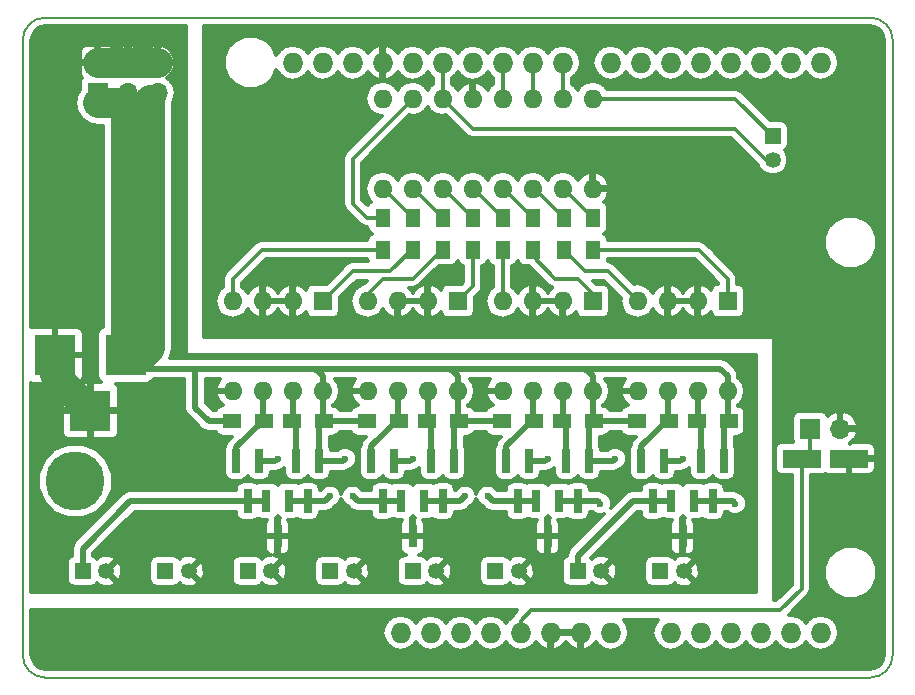
<source format=gbr>
%TF.GenerationSoftware,KiCad,Pcbnew,4.0.7*%
%TF.CreationDate,2018-09-29T23:18:57-06:00*%
%TF.ProjectId,valve_testing,76616C76655F74657374696E672E6B69,rev?*%
%TF.FileFunction,Copper,L2,Bot,Signal*%
%FSLAX46Y46*%
G04 Gerber Fmt 4.6, Leading zero omitted, Abs format (unit mm)*
G04 Created by KiCad (PCBNEW 4.0.7) date Saturday, September 29, 2018 'PMt' 11:18:57 PM*
%MOMM*%
%LPD*%
G01*
G04 APERTURE LIST*
%ADD10C,0.150000*%
%ADD11O,1.727200X1.727200*%
%ADD12O,1.600000X1.600000*%
%ADD13R,0.700000X2.000000*%
%ADD14R,1.600000X1.600000*%
%ADD15R,1.300000X1.500000*%
%ADD16R,3.200000X1.500000*%
%ADD17R,0.800000X1.900000*%
%ADD18R,1.500000X1.300000*%
%ADD19C,5.000000*%
%ADD20R,1.350000X1.350000*%
%ADD21C,1.350000*%
%ADD22R,1.700000X1.700000*%
%ADD23O,1.700000X1.700000*%
%ADD24R,3.500120X3.500120*%
%ADD25C,0.600000*%
%ADD26C,2.540000*%
%ADD27C,0.508000*%
%ADD28C,0.304800*%
G04 APERTURE END LIST*
D10*
X157480000Y-51435000D02*
X157480000Y-50165000D01*
X83820000Y-51435000D02*
X83820000Y-50165000D01*
X83820000Y-100965000D02*
X83820000Y-102235000D01*
X157480000Y-101092000D02*
X157480000Y-102235000D01*
X83820000Y-51435000D02*
X83820000Y-100965000D01*
X157480000Y-51435000D02*
X157480000Y-101092000D01*
X83820000Y-102235000D02*
G75*
G03X85725000Y-104140000I1905000J0D01*
G01*
X85725000Y-48260000D02*
G75*
G03X83820000Y-50165000I0J-1905000D01*
G01*
X157480000Y-50165000D02*
G75*
G03X155575000Y-48260000I-1905000J0D01*
G01*
X155575000Y-104140000D02*
G75*
G03X157480000Y-102235000I0J1905000D01*
G01*
X155575000Y-48260000D02*
X85725000Y-48260000D01*
X85725000Y-104140000D02*
X155575000Y-104140000D01*
D11*
X138684000Y-100330000D03*
X133604000Y-100330000D03*
X131064000Y-100330000D03*
X128524000Y-100330000D03*
X125984000Y-100330000D03*
X123444000Y-100330000D03*
X120904000Y-100330000D03*
X118364000Y-100330000D03*
X151384000Y-52070000D03*
X148844000Y-52070000D03*
X146304000Y-52070000D03*
X143764000Y-52070000D03*
X141224000Y-52070000D03*
X138684000Y-52070000D03*
X136144000Y-52070000D03*
X133604000Y-52070000D03*
X114300000Y-52070000D03*
X129540000Y-52070000D03*
X127000000Y-52070000D03*
X124460000Y-52070000D03*
X106680000Y-52070000D03*
X109220000Y-52070000D03*
X111760000Y-52070000D03*
X116840000Y-52070000D03*
X119380000Y-52070000D03*
X121920000Y-52070000D03*
X115824000Y-100330000D03*
X141224000Y-100330000D03*
X143764000Y-100330000D03*
X146304000Y-100330000D03*
X148844000Y-100330000D03*
X151384000Y-100330000D03*
D12*
X114300000Y-62738000D03*
X116840000Y-62738000D03*
X119380000Y-62738000D03*
X121920000Y-62738000D03*
X124460000Y-62738000D03*
X127000000Y-62738000D03*
X129540000Y-62738000D03*
X132080000Y-62738000D03*
X132080000Y-55118000D03*
X129540000Y-55118000D03*
X127000000Y-55118000D03*
X124460000Y-55118000D03*
X121920000Y-55118000D03*
X119380000Y-55118000D03*
X116840000Y-55118000D03*
X114300000Y-55118000D03*
D13*
X113350000Y-85803000D03*
X115250000Y-85803000D03*
X114300000Y-89203000D03*
D14*
X109220000Y-72263000D03*
D12*
X101600000Y-79883000D03*
X106680000Y-72263000D03*
X104140000Y-79883000D03*
X104140000Y-72263000D03*
X106680000Y-79883000D03*
X101600000Y-72263000D03*
X109220000Y-79883000D03*
D15*
X129667000Y-65198000D03*
X129667000Y-67898000D03*
X114300000Y-65198000D03*
X114300000Y-67898000D03*
X116840000Y-65198000D03*
X116840000Y-67898000D03*
X119380000Y-65198000D03*
X119380000Y-67898000D03*
X121920000Y-65198000D03*
X121920000Y-67898000D03*
X124460000Y-65198000D03*
X124460000Y-67898000D03*
X127000000Y-65198000D03*
X127000000Y-67898000D03*
D16*
X149765000Y-85598000D03*
X153765000Y-85598000D03*
D15*
X132080000Y-65198000D03*
X132080000Y-67898000D03*
D14*
X120650000Y-72263000D03*
D12*
X113030000Y-79883000D03*
X118110000Y-72263000D03*
X115570000Y-79883000D03*
X115570000Y-72263000D03*
X118110000Y-79883000D03*
X113030000Y-72263000D03*
X120650000Y-79883000D03*
D14*
X132080000Y-72263000D03*
D12*
X124460000Y-79883000D03*
X129540000Y-72263000D03*
X127000000Y-79883000D03*
X127000000Y-72263000D03*
X129540000Y-79883000D03*
X124460000Y-72263000D03*
X132080000Y-79883000D03*
D14*
X143510000Y-72263000D03*
D12*
X135890000Y-79883000D03*
X140970000Y-72263000D03*
X138430000Y-79883000D03*
X138430000Y-72263000D03*
X140970000Y-79883000D03*
X135890000Y-72263000D03*
X143510000Y-79883000D03*
D17*
X104460000Y-89178000D03*
X106360000Y-89178000D03*
X105410000Y-92178000D03*
X115890000Y-89178000D03*
X117790000Y-89178000D03*
X116840000Y-92178000D03*
X127320000Y-89178000D03*
X129220000Y-89178000D03*
X128270000Y-92178000D03*
X138750000Y-89178000D03*
X140650000Y-89178000D03*
X139700000Y-92178000D03*
D13*
X101920000Y-85803000D03*
X103820000Y-85803000D03*
X102870000Y-89203000D03*
X107000000Y-85803000D03*
X108900000Y-85803000D03*
X107950000Y-89203000D03*
X118430000Y-85803000D03*
X120330000Y-85803000D03*
X119380000Y-89203000D03*
X124780000Y-85803000D03*
X126680000Y-85803000D03*
X125730000Y-89203000D03*
X129860000Y-85803000D03*
X131760000Y-85803000D03*
X130810000Y-89203000D03*
X136210000Y-85803000D03*
X138110000Y-85803000D03*
X137160000Y-89203000D03*
X141290000Y-85803000D03*
X143190000Y-85803000D03*
X142240000Y-89203000D03*
D18*
X101520000Y-82423000D03*
X104220000Y-82423000D03*
X109300000Y-82423000D03*
X106600000Y-82423000D03*
X112950000Y-82423000D03*
X115650000Y-82423000D03*
X120730000Y-82423000D03*
X118030000Y-82423000D03*
X124380000Y-82423000D03*
X127080000Y-82423000D03*
X132160000Y-82423000D03*
X129460000Y-82423000D03*
X135810000Y-82423000D03*
X138510000Y-82423000D03*
X143590000Y-82423000D03*
X140890000Y-82423000D03*
D19*
X88265000Y-87503000D03*
D20*
X137795000Y-95123000D03*
D21*
X139795000Y-95123000D03*
D22*
X150495000Y-83058000D03*
D23*
X153035000Y-83058000D03*
D20*
X147320000Y-58293000D03*
D21*
X147320000Y-60293000D03*
D20*
X88900000Y-95123000D03*
D21*
X90900000Y-95123000D03*
D20*
X95885000Y-95123000D03*
D21*
X97885000Y-95123000D03*
D20*
X102870000Y-95123000D03*
D21*
X104870000Y-95123000D03*
D20*
X109855000Y-95123000D03*
D21*
X111855000Y-95123000D03*
D20*
X116840000Y-95123000D03*
D21*
X118840000Y-95123000D03*
D20*
X123825000Y-95123000D03*
D21*
X125825000Y-95123000D03*
D20*
X130810000Y-95123000D03*
D21*
X132810000Y-95123000D03*
D22*
X90170000Y-54610000D03*
D23*
X92710000Y-54610000D03*
X95250000Y-54610000D03*
D22*
X90170000Y-52070000D03*
D23*
X92710000Y-52070000D03*
X95250000Y-52070000D03*
D24*
X92560140Y-76835000D03*
X86560660Y-76835000D03*
X89560400Y-81534000D03*
D25*
X139700000Y-85598000D03*
X116840000Y-85598000D03*
X128270000Y-85598000D03*
X133985000Y-85598000D03*
X105410000Y-85598000D03*
X111125000Y-85598000D03*
X109855000Y-88773000D03*
X111760000Y-88773000D03*
X121285000Y-88773000D03*
X123190000Y-88773000D03*
X132715000Y-89408000D03*
X144145000Y-89408000D03*
D26*
X86560660Y-78534260D02*
X89560400Y-81534000D01*
X90170000Y-52070000D02*
X95250000Y-52070000D01*
X93980000Y-76835000D02*
X94615000Y-76200000D01*
X94615000Y-76200000D02*
X94615000Y-55245000D01*
X92560140Y-76835000D02*
X92560140Y-55648860D01*
X92410280Y-55499000D02*
X90170000Y-55499000D01*
X92560140Y-55648860D02*
X92410280Y-55499000D01*
D27*
X101520000Y-82423000D02*
X99568000Y-82423000D01*
X98425000Y-81280000D02*
X98425000Y-77978000D01*
X99568000Y-82423000D02*
X98425000Y-81280000D01*
X93703140Y-77978000D02*
X95250000Y-77978000D01*
X95250000Y-77978000D02*
X98425000Y-77978000D01*
X98425000Y-77978000D02*
X108585000Y-77978000D01*
X93703140Y-77978000D02*
X92560140Y-76835000D01*
X139495000Y-85803000D02*
X138110000Y-85803000D01*
X139700000Y-85598000D02*
X139495000Y-85803000D01*
X116635000Y-85803000D02*
X115250000Y-85803000D01*
X116840000Y-85598000D02*
X116635000Y-85803000D01*
X120330000Y-85803000D02*
X120330000Y-82823000D01*
X131760000Y-85803000D02*
X133780000Y-85803000D01*
X128065000Y-85803000D02*
X126680000Y-85803000D01*
X128270000Y-85598000D02*
X128065000Y-85803000D01*
X133780000Y-85803000D02*
X133985000Y-85598000D01*
X143190000Y-85803000D02*
X143190000Y-82823000D01*
X143190000Y-82823000D02*
X143590000Y-82423000D01*
X131760000Y-85803000D02*
X131760000Y-82823000D01*
X131760000Y-82823000D02*
X132160000Y-82423000D01*
X120330000Y-82823000D02*
X120730000Y-82423000D01*
X108900000Y-85803000D02*
X110920000Y-85803000D01*
X105205000Y-85803000D02*
X103820000Y-85803000D01*
X105410000Y-85598000D02*
X105205000Y-85803000D01*
X110920000Y-85803000D02*
X111125000Y-85598000D01*
X108900000Y-85803000D02*
X108900000Y-82823000D01*
X108900000Y-82823000D02*
X109300000Y-82423000D01*
X143510000Y-79883000D02*
X143510000Y-82343000D01*
X143510000Y-82343000D02*
X143590000Y-82423000D01*
X132080000Y-79883000D02*
X132080000Y-82343000D01*
X132080000Y-82343000D02*
X132160000Y-82423000D01*
X132160000Y-82423000D02*
X135810000Y-82423000D01*
X120730000Y-82423000D02*
X124380000Y-82423000D01*
X120650000Y-79883000D02*
X120650000Y-82343000D01*
X120650000Y-82343000D02*
X120730000Y-82423000D01*
X131445000Y-77978000D02*
X142875000Y-77978000D01*
X143510000Y-78613000D02*
X143510000Y-79883000D01*
X142875000Y-77978000D02*
X143510000Y-78613000D01*
X120015000Y-77978000D02*
X131445000Y-77978000D01*
X132080000Y-78613000D02*
X132080000Y-79883000D01*
X131445000Y-77978000D02*
X132080000Y-78613000D01*
X108585000Y-77978000D02*
X120015000Y-77978000D01*
X120650000Y-78613000D02*
X120650000Y-79883000D01*
X120015000Y-77978000D02*
X120650000Y-78613000D01*
X109300000Y-82423000D02*
X112950000Y-82423000D01*
X109220000Y-79883000D02*
X109220000Y-82343000D01*
X109220000Y-82343000D02*
X109300000Y-82423000D01*
X109220000Y-78613000D02*
X109220000Y-79883000D01*
X108585000Y-77978000D02*
X109220000Y-78613000D01*
D28*
X114300000Y-65198000D02*
X112950000Y-65198000D01*
X111760000Y-60198000D02*
X116840000Y-55118000D01*
X111760000Y-64008000D02*
X111760000Y-60198000D01*
X112950000Y-65198000D02*
X111760000Y-64008000D01*
X114300000Y-67898000D02*
X104060000Y-67898000D01*
X104060000Y-67898000D02*
X101600000Y-70358000D01*
X101600000Y-70358000D02*
X101600000Y-72263000D01*
X114300000Y-62738000D02*
X114380000Y-62738000D01*
X114380000Y-62738000D02*
X116840000Y-65198000D01*
X111760000Y-69723000D02*
X109220000Y-72263000D01*
X114935000Y-69723000D02*
X111760000Y-69723000D01*
X116840000Y-67898000D02*
X116760000Y-67898000D01*
X116760000Y-67898000D02*
X114935000Y-69723000D01*
X116840000Y-62738000D02*
X116920000Y-62738000D01*
X116920000Y-62738000D02*
X119380000Y-65198000D01*
X119380000Y-67898000D02*
X119300000Y-67898000D01*
X119300000Y-67898000D02*
X116840000Y-70358000D01*
X116840000Y-70358000D02*
X114300000Y-70358000D01*
X114300000Y-70358000D02*
X113030000Y-71628000D01*
X113030000Y-71628000D02*
X113030000Y-72263000D01*
X119380000Y-62738000D02*
X119460000Y-62738000D01*
X119460000Y-62738000D02*
X121920000Y-65198000D01*
X121920000Y-70993000D02*
X120650000Y-72263000D01*
X121920000Y-67898000D02*
X121920000Y-70993000D01*
X121920000Y-62738000D02*
X122000000Y-62738000D01*
X122000000Y-62738000D02*
X124460000Y-65198000D01*
X124460000Y-67898000D02*
X124460000Y-72263000D01*
X124460000Y-62738000D02*
X124540000Y-62738000D01*
X124540000Y-62738000D02*
X127000000Y-65198000D01*
X130810000Y-70358000D02*
X132080000Y-71628000D01*
X132080000Y-71628000D02*
X132080000Y-72263000D01*
X128905000Y-70358000D02*
X130810000Y-70358000D01*
X127000000Y-67898000D02*
X127000000Y-68453000D01*
X127000000Y-68453000D02*
X128905000Y-70358000D01*
X127000000Y-62738000D02*
X127207000Y-62738000D01*
X127207000Y-62738000D02*
X129667000Y-65198000D01*
X129667000Y-67898000D02*
X129667000Y-67945000D01*
X129667000Y-67945000D02*
X131445000Y-69723000D01*
X131445000Y-69723000D02*
X133350000Y-69723000D01*
X133350000Y-69723000D02*
X135890000Y-72263000D01*
X129540000Y-62738000D02*
X129620000Y-62738000D01*
X129620000Y-62738000D02*
X132080000Y-65198000D01*
X143510000Y-70358000D02*
X143510000Y-72263000D01*
X141050000Y-67898000D02*
X143510000Y-70358000D01*
X132080000Y-67898000D02*
X141050000Y-67898000D01*
X125984000Y-100330000D02*
X125984000Y-99314000D01*
X149765000Y-96615000D02*
X149765000Y-85598000D01*
X147955000Y-98425000D02*
X149765000Y-96615000D01*
X126873000Y-98425000D02*
X147955000Y-98425000D01*
X125984000Y-99314000D02*
X126873000Y-98425000D01*
X150495000Y-84963000D02*
X150495000Y-83058000D01*
X149860000Y-85598000D02*
X150495000Y-84963000D01*
X149765000Y-85598000D02*
X149860000Y-85598000D01*
X125984000Y-100330000D02*
X125984000Y-99822000D01*
X127000000Y-55118000D02*
X127000000Y-52070000D01*
X124460000Y-55118000D02*
X124460000Y-52070000D01*
X147320000Y-60293000D02*
X146780000Y-60293000D01*
X146780000Y-60293000D02*
X144145000Y-57658000D01*
X144145000Y-57658000D02*
X121920000Y-57658000D01*
X121920000Y-57658000D02*
X119380000Y-55118000D01*
X119380000Y-55118000D02*
X119380000Y-52070000D01*
X129540000Y-52070000D02*
X129540000Y-55118000D01*
D27*
X104435000Y-89203000D02*
X104460000Y-89178000D01*
X102870000Y-89203000D02*
X92915000Y-89203000D01*
X102870000Y-89203000D02*
X104435000Y-89203000D01*
X88900000Y-93218000D02*
X88900000Y-95123000D01*
X92915000Y-89203000D02*
X88900000Y-93218000D01*
X109425000Y-89203000D02*
X109855000Y-88773000D01*
X107950000Y-89203000D02*
X109425000Y-89203000D01*
X107950000Y-89203000D02*
X106385000Y-89203000D01*
X106385000Y-89203000D02*
X106360000Y-89178000D01*
X115865000Y-89203000D02*
X115890000Y-89178000D01*
X112190000Y-89203000D02*
X111760000Y-88773000D01*
X114300000Y-89203000D02*
X112190000Y-89203000D01*
X114300000Y-89203000D02*
X115865000Y-89203000D01*
X120855000Y-89203000D02*
X121285000Y-88773000D01*
X119380000Y-89203000D02*
X120855000Y-89203000D01*
X119355000Y-89178000D02*
X119380000Y-89203000D01*
X117790000Y-89178000D02*
X119355000Y-89178000D01*
X127295000Y-89203000D02*
X127320000Y-89178000D01*
X123620000Y-89203000D02*
X123190000Y-88773000D01*
X125730000Y-89203000D02*
X123620000Y-89203000D01*
X125730000Y-89203000D02*
X127295000Y-89203000D01*
X132510000Y-89203000D02*
X132715000Y-89408000D01*
X132510000Y-89203000D02*
X130810000Y-89203000D01*
X130785000Y-89178000D02*
X130810000Y-89203000D01*
X129220000Y-89178000D02*
X130785000Y-89178000D01*
X138725000Y-89203000D02*
X138750000Y-89178000D01*
X130810000Y-93853000D02*
X130810000Y-95123000D01*
X135460000Y-89203000D02*
X130810000Y-93853000D01*
X137160000Y-89203000D02*
X135460000Y-89203000D01*
X137160000Y-89203000D02*
X137160000Y-89408000D01*
X137160000Y-89203000D02*
X138725000Y-89203000D01*
X143940000Y-89203000D02*
X142240000Y-89203000D01*
X142215000Y-89178000D02*
X142240000Y-89203000D01*
X143940000Y-89203000D02*
X144145000Y-89408000D01*
X140650000Y-89178000D02*
X142215000Y-89178000D01*
X101920000Y-84643000D02*
X101920000Y-85803000D01*
X104220000Y-82423000D02*
X104140000Y-82423000D01*
X104140000Y-82423000D02*
X101920000Y-84643000D01*
X104140000Y-82343000D02*
X104220000Y-82423000D01*
X104220000Y-82296000D02*
X104220000Y-82343000D01*
X104140000Y-79883000D02*
X104140000Y-82343000D01*
X106680000Y-79883000D02*
X106680000Y-82343000D01*
X106680000Y-82343000D02*
X107000000Y-82663000D01*
X107000000Y-82663000D02*
X107000000Y-85803000D01*
X113350000Y-84563000D02*
X113350000Y-85803000D01*
X115570000Y-82343000D02*
X113350000Y-84563000D01*
X115570000Y-79883000D02*
X115570000Y-82343000D01*
X118110000Y-79883000D02*
X118110000Y-82343000D01*
X118110000Y-82343000D02*
X118430000Y-82663000D01*
X118430000Y-82663000D02*
X118430000Y-85803000D01*
X124780000Y-84563000D02*
X124780000Y-85803000D01*
X127000000Y-82343000D02*
X124780000Y-84563000D01*
X127000000Y-79883000D02*
X127000000Y-82343000D01*
X129540000Y-79883000D02*
X129540000Y-82343000D01*
X129540000Y-82343000D02*
X129860000Y-82663000D01*
X129860000Y-82663000D02*
X129860000Y-85803000D01*
X136210000Y-84563000D02*
X136210000Y-85803000D01*
X138430000Y-82343000D02*
X136210000Y-84563000D01*
X138430000Y-79883000D02*
X138430000Y-82343000D01*
X140970000Y-79883000D02*
X140970000Y-82343000D01*
X140970000Y-82343000D02*
X141290000Y-82663000D01*
X141290000Y-82663000D02*
X141290000Y-85803000D01*
D28*
X132080000Y-55118000D02*
X144145000Y-55118000D01*
X144145000Y-55118000D02*
X147320000Y-58293000D01*
G36*
X97637600Y-76708000D02*
X97649607Y-76767292D01*
X97683736Y-76817242D01*
X97734609Y-76849977D01*
X97790000Y-76860400D01*
X145897600Y-76860400D01*
X145897600Y-96875600D01*
X84555400Y-96875600D01*
X84555400Y-94448000D01*
X87551662Y-94448000D01*
X87551662Y-95798000D01*
X87597711Y-96042730D01*
X87742346Y-96267499D01*
X87963034Y-96418288D01*
X88225000Y-96471338D01*
X89575000Y-96471338D01*
X89819730Y-96425289D01*
X90044499Y-96280654D01*
X90149211Y-96127402D01*
X90184122Y-96281175D01*
X90681829Y-96466969D01*
X91212751Y-96448156D01*
X91615878Y-96281175D01*
X91671128Y-96037812D01*
X90900000Y-95266684D01*
X90885858Y-95280827D01*
X90742174Y-95137143D01*
X90756316Y-95123000D01*
X91043684Y-95123000D01*
X91814812Y-95894128D01*
X92058175Y-95838878D01*
X92243969Y-95341171D01*
X92225156Y-94810249D01*
X92075108Y-94448000D01*
X94536662Y-94448000D01*
X94536662Y-95798000D01*
X94582711Y-96042730D01*
X94727346Y-96267499D01*
X94948034Y-96418288D01*
X95210000Y-96471338D01*
X96560000Y-96471338D01*
X96804730Y-96425289D01*
X97029499Y-96280654D01*
X97134211Y-96127402D01*
X97169122Y-96281175D01*
X97666829Y-96466969D01*
X98197751Y-96448156D01*
X98600878Y-96281175D01*
X98656128Y-96037812D01*
X97885000Y-95266684D01*
X97870858Y-95280827D01*
X97727174Y-95137143D01*
X97741316Y-95123000D01*
X98028684Y-95123000D01*
X98799812Y-95894128D01*
X99043175Y-95838878D01*
X99228969Y-95341171D01*
X99210156Y-94810249D01*
X99060108Y-94448000D01*
X101521662Y-94448000D01*
X101521662Y-95798000D01*
X101567711Y-96042730D01*
X101712346Y-96267499D01*
X101933034Y-96418288D01*
X102195000Y-96471338D01*
X103545000Y-96471338D01*
X103789730Y-96425289D01*
X104014499Y-96280654D01*
X104119211Y-96127402D01*
X104154122Y-96281175D01*
X104651829Y-96466969D01*
X105182751Y-96448156D01*
X105585878Y-96281175D01*
X105641128Y-96037812D01*
X104870000Y-95266684D01*
X104855858Y-95280827D01*
X104712174Y-95137143D01*
X104726316Y-95123000D01*
X105013684Y-95123000D01*
X105784812Y-95894128D01*
X106028175Y-95838878D01*
X106213969Y-95341171D01*
X106195156Y-94810249D01*
X106045108Y-94448000D01*
X108506662Y-94448000D01*
X108506662Y-95798000D01*
X108552711Y-96042730D01*
X108697346Y-96267499D01*
X108918034Y-96418288D01*
X109180000Y-96471338D01*
X110530000Y-96471338D01*
X110774730Y-96425289D01*
X110999499Y-96280654D01*
X111104211Y-96127402D01*
X111139122Y-96281175D01*
X111636829Y-96466969D01*
X112167751Y-96448156D01*
X112570878Y-96281175D01*
X112626128Y-96037812D01*
X111855000Y-95266684D01*
X111840858Y-95280827D01*
X111697174Y-95137143D01*
X111711316Y-95123000D01*
X111998684Y-95123000D01*
X112769812Y-95894128D01*
X113013175Y-95838878D01*
X113198969Y-95341171D01*
X113180156Y-94810249D01*
X113030108Y-94448000D01*
X115491662Y-94448000D01*
X115491662Y-95798000D01*
X115537711Y-96042730D01*
X115682346Y-96267499D01*
X115903034Y-96418288D01*
X116165000Y-96471338D01*
X117515000Y-96471338D01*
X117759730Y-96425289D01*
X117984499Y-96280654D01*
X118089211Y-96127402D01*
X118124122Y-96281175D01*
X118621829Y-96466969D01*
X119152751Y-96448156D01*
X119555878Y-96281175D01*
X119611128Y-96037812D01*
X118840000Y-95266684D01*
X118825858Y-95280827D01*
X118682174Y-95137143D01*
X118696316Y-95123000D01*
X118983684Y-95123000D01*
X119754812Y-95894128D01*
X119998175Y-95838878D01*
X120183969Y-95341171D01*
X120165156Y-94810249D01*
X120015108Y-94448000D01*
X122476662Y-94448000D01*
X122476662Y-95798000D01*
X122522711Y-96042730D01*
X122667346Y-96267499D01*
X122888034Y-96418288D01*
X123150000Y-96471338D01*
X124500000Y-96471338D01*
X124744730Y-96425289D01*
X124969499Y-96280654D01*
X125074211Y-96127402D01*
X125109122Y-96281175D01*
X125606829Y-96466969D01*
X126137751Y-96448156D01*
X126540878Y-96281175D01*
X126596128Y-96037812D01*
X125825000Y-95266684D01*
X125810858Y-95280827D01*
X125667174Y-95137143D01*
X125681316Y-95123000D01*
X125968684Y-95123000D01*
X126739812Y-95894128D01*
X126983175Y-95838878D01*
X127168969Y-95341171D01*
X127150156Y-94810249D01*
X126983175Y-94407122D01*
X126739812Y-94351872D01*
X125968684Y-95123000D01*
X125681316Y-95123000D01*
X125667174Y-95108858D01*
X125810858Y-94965174D01*
X125825000Y-94979316D01*
X126596128Y-94208188D01*
X126540878Y-93964825D01*
X126043171Y-93779031D01*
X125512249Y-93797844D01*
X125109122Y-93964825D01*
X125073844Y-94120215D01*
X124982654Y-93978501D01*
X124761966Y-93827712D01*
X124500000Y-93774662D01*
X123150000Y-93774662D01*
X122905270Y-93820711D01*
X122680501Y-93965346D01*
X122529712Y-94186034D01*
X122476662Y-94448000D01*
X120015108Y-94448000D01*
X119998175Y-94407122D01*
X119754812Y-94351872D01*
X118983684Y-95123000D01*
X118696316Y-95123000D01*
X118682174Y-95108858D01*
X118825858Y-94965174D01*
X118840000Y-94979316D01*
X119611128Y-94208188D01*
X119555878Y-93964825D01*
X119058171Y-93779031D01*
X118527249Y-93797844D01*
X118124122Y-93964825D01*
X118088844Y-94120215D01*
X117997654Y-93978501D01*
X117776966Y-93827712D01*
X117515000Y-93774662D01*
X117404527Y-93774662D01*
X117614086Y-93687860D01*
X117799860Y-93502087D01*
X117900400Y-93259362D01*
X117900400Y-92444700D01*
X127209600Y-92444700D01*
X127209600Y-93259362D01*
X127310140Y-93502087D01*
X127495914Y-93687860D01*
X127738639Y-93788400D01*
X128003300Y-93788400D01*
X128168400Y-93623300D01*
X128168400Y-92279600D01*
X128371600Y-92279600D01*
X128371600Y-93623300D01*
X128536700Y-93788400D01*
X128801361Y-93788400D01*
X129044086Y-93687860D01*
X129229860Y-93502087D01*
X129330400Y-93259362D01*
X129330400Y-92444700D01*
X129165300Y-92279600D01*
X128371600Y-92279600D01*
X128168400Y-92279600D01*
X127374700Y-92279600D01*
X127209600Y-92444700D01*
X117900400Y-92444700D01*
X117735300Y-92279600D01*
X116941600Y-92279600D01*
X116941600Y-92299600D01*
X116738400Y-92299600D01*
X116738400Y-92279600D01*
X115944700Y-92279600D01*
X115779600Y-92444700D01*
X115779600Y-93259362D01*
X115880140Y-93502087D01*
X116065914Y-93687860D01*
X116275473Y-93774662D01*
X116165000Y-93774662D01*
X115920270Y-93820711D01*
X115695501Y-93965346D01*
X115544712Y-94186034D01*
X115491662Y-94448000D01*
X113030108Y-94448000D01*
X113013175Y-94407122D01*
X112769812Y-94351872D01*
X111998684Y-95123000D01*
X111711316Y-95123000D01*
X111697174Y-95108858D01*
X111840858Y-94965174D01*
X111855000Y-94979316D01*
X112626128Y-94208188D01*
X112570878Y-93964825D01*
X112073171Y-93779031D01*
X111542249Y-93797844D01*
X111139122Y-93964825D01*
X111103844Y-94120215D01*
X111012654Y-93978501D01*
X110791966Y-93827712D01*
X110530000Y-93774662D01*
X109180000Y-93774662D01*
X108935270Y-93820711D01*
X108710501Y-93965346D01*
X108559712Y-94186034D01*
X108506662Y-94448000D01*
X106045108Y-94448000D01*
X106028175Y-94407122D01*
X105784812Y-94351872D01*
X105013684Y-95123000D01*
X104726316Y-95123000D01*
X104712174Y-95108858D01*
X104855858Y-94965174D01*
X104870000Y-94979316D01*
X105641128Y-94208188D01*
X105585878Y-93964825D01*
X105113269Y-93788400D01*
X105143300Y-93788400D01*
X105308400Y-93623300D01*
X105308400Y-92279600D01*
X105511600Y-92279600D01*
X105511600Y-93623300D01*
X105676700Y-93788400D01*
X105941361Y-93788400D01*
X106184086Y-93687860D01*
X106369860Y-93502087D01*
X106470400Y-93259362D01*
X106470400Y-92444700D01*
X106305300Y-92279600D01*
X105511600Y-92279600D01*
X105308400Y-92279600D01*
X104514700Y-92279600D01*
X104349600Y-92444700D01*
X104349600Y-93259362D01*
X104450140Y-93502087D01*
X104635914Y-93687860D01*
X104874315Y-93786609D01*
X104557249Y-93797844D01*
X104154122Y-93964825D01*
X104118844Y-94120215D01*
X104027654Y-93978501D01*
X103806966Y-93827712D01*
X103545000Y-93774662D01*
X102195000Y-93774662D01*
X101950270Y-93820711D01*
X101725501Y-93965346D01*
X101574712Y-94186034D01*
X101521662Y-94448000D01*
X99060108Y-94448000D01*
X99043175Y-94407122D01*
X98799812Y-94351872D01*
X98028684Y-95123000D01*
X97741316Y-95123000D01*
X97727174Y-95108858D01*
X97870858Y-94965174D01*
X97885000Y-94979316D01*
X98656128Y-94208188D01*
X98600878Y-93964825D01*
X98103171Y-93779031D01*
X97572249Y-93797844D01*
X97169122Y-93964825D01*
X97133844Y-94120215D01*
X97042654Y-93978501D01*
X96821966Y-93827712D01*
X96560000Y-93774662D01*
X95210000Y-93774662D01*
X94965270Y-93820711D01*
X94740501Y-93965346D01*
X94589712Y-94186034D01*
X94536662Y-94448000D01*
X92075108Y-94448000D01*
X92058175Y-94407122D01*
X91814812Y-94351872D01*
X91043684Y-95123000D01*
X90756316Y-95123000D01*
X90742174Y-95108858D01*
X90885858Y-94965174D01*
X90900000Y-94979316D01*
X91671128Y-94208188D01*
X91615878Y-93964825D01*
X91118171Y-93779031D01*
X90587249Y-93797844D01*
X90184122Y-93964825D01*
X90148844Y-94120215D01*
X90057654Y-93978501D01*
X89836966Y-93827712D01*
X89814400Y-93823142D01*
X89814400Y-93596756D01*
X93293757Y-90117400D01*
X101846662Y-90117400D01*
X101846662Y-90203000D01*
X101892711Y-90447730D01*
X102037346Y-90672499D01*
X102258034Y-90823288D01*
X102520000Y-90876338D01*
X103220000Y-90876338D01*
X103464730Y-90830289D01*
X103689499Y-90685654D01*
X103694867Y-90677797D01*
X103798034Y-90748288D01*
X104060000Y-90801338D01*
X104502715Y-90801338D01*
X104450140Y-90853913D01*
X104349600Y-91096638D01*
X104349600Y-91911300D01*
X104514700Y-92076400D01*
X105308400Y-92076400D01*
X105308400Y-90732700D01*
X105242400Y-90666700D01*
X105329499Y-90610654D01*
X105409999Y-90492838D01*
X105477346Y-90597499D01*
X105578016Y-90666284D01*
X105511600Y-90732700D01*
X105511600Y-92076400D01*
X106305300Y-92076400D01*
X106470400Y-91911300D01*
X106470400Y-91096638D01*
X106369860Y-90853913D01*
X106317285Y-90801338D01*
X106760000Y-90801338D01*
X107004730Y-90755289D01*
X107125127Y-90677816D01*
X107338034Y-90823288D01*
X107600000Y-90876338D01*
X108300000Y-90876338D01*
X108544730Y-90830289D01*
X108769499Y-90685654D01*
X108920288Y-90464966D01*
X108973338Y-90203000D01*
X108973338Y-90117400D01*
X109425000Y-90117400D01*
X109774926Y-90047795D01*
X110071578Y-89849578D01*
X110287854Y-89633302D01*
X110398312Y-89587662D01*
X110668712Y-89317733D01*
X110807661Y-88983108D01*
X110945338Y-89316312D01*
X111215267Y-89586712D01*
X111326917Y-89633073D01*
X111543422Y-89849579D01*
X111695677Y-89951312D01*
X111840074Y-90047795D01*
X112190000Y-90117400D01*
X113276662Y-90117400D01*
X113276662Y-90203000D01*
X113322711Y-90447730D01*
X113467346Y-90672499D01*
X113688034Y-90823288D01*
X113950000Y-90876338D01*
X114650000Y-90876338D01*
X114894730Y-90830289D01*
X115119499Y-90685654D01*
X115124867Y-90677797D01*
X115228034Y-90748288D01*
X115490000Y-90801338D01*
X115932715Y-90801338D01*
X115880140Y-90853913D01*
X115779600Y-91096638D01*
X115779600Y-91911300D01*
X115944700Y-92076400D01*
X116738400Y-92076400D01*
X116738400Y-90732700D01*
X116672400Y-90666700D01*
X116759499Y-90610654D01*
X116839999Y-90492838D01*
X116907346Y-90597499D01*
X117008016Y-90666284D01*
X116941600Y-90732700D01*
X116941600Y-92076400D01*
X117735300Y-92076400D01*
X117900400Y-91911300D01*
X117900400Y-91096638D01*
X117799860Y-90853913D01*
X117747285Y-90801338D01*
X118190000Y-90801338D01*
X118434730Y-90755289D01*
X118555127Y-90677816D01*
X118768034Y-90823288D01*
X119030000Y-90876338D01*
X119730000Y-90876338D01*
X119974730Y-90830289D01*
X120199499Y-90685654D01*
X120350288Y-90464966D01*
X120403338Y-90203000D01*
X120403338Y-90117400D01*
X120855000Y-90117400D01*
X121204926Y-90047795D01*
X121501578Y-89849578D01*
X121717854Y-89633302D01*
X121828312Y-89587662D01*
X122098712Y-89317733D01*
X122237661Y-88983108D01*
X122375338Y-89316312D01*
X122645267Y-89586712D01*
X122756917Y-89633073D01*
X122973422Y-89849579D01*
X123125677Y-89951312D01*
X123270074Y-90047795D01*
X123620000Y-90117400D01*
X124706662Y-90117400D01*
X124706662Y-90203000D01*
X124752711Y-90447730D01*
X124897346Y-90672499D01*
X125118034Y-90823288D01*
X125380000Y-90876338D01*
X126080000Y-90876338D01*
X126324730Y-90830289D01*
X126549499Y-90685654D01*
X126554867Y-90677797D01*
X126658034Y-90748288D01*
X126920000Y-90801338D01*
X127362715Y-90801338D01*
X127310140Y-90853913D01*
X127209600Y-91096638D01*
X127209600Y-91911300D01*
X127374700Y-92076400D01*
X128168400Y-92076400D01*
X128168400Y-90732700D01*
X128102400Y-90666700D01*
X128189499Y-90610654D01*
X128269999Y-90492838D01*
X128337346Y-90597499D01*
X128438016Y-90666284D01*
X128371600Y-90732700D01*
X128371600Y-92076400D01*
X129165300Y-92076400D01*
X129330400Y-91911300D01*
X129330400Y-91096638D01*
X129229860Y-90853913D01*
X129177285Y-90801338D01*
X129620000Y-90801338D01*
X129864730Y-90755289D01*
X129985127Y-90677816D01*
X130198034Y-90823288D01*
X130460000Y-90876338D01*
X131160000Y-90876338D01*
X131404730Y-90830289D01*
X131629499Y-90685654D01*
X131780288Y-90464966D01*
X131833338Y-90203000D01*
X131833338Y-90117400D01*
X132066137Y-90117400D01*
X132170267Y-90221712D01*
X132523127Y-90368233D01*
X132905197Y-90368566D01*
X133068932Y-90300912D01*
X130163422Y-93206422D01*
X129965205Y-93503074D01*
X129902480Y-93818414D01*
X129890270Y-93820711D01*
X129665501Y-93965346D01*
X129514712Y-94186034D01*
X129461662Y-94448000D01*
X129461662Y-95798000D01*
X129507711Y-96042730D01*
X129652346Y-96267499D01*
X129873034Y-96418288D01*
X130135000Y-96471338D01*
X131485000Y-96471338D01*
X131729730Y-96425289D01*
X131954499Y-96280654D01*
X132059211Y-96127402D01*
X132094122Y-96281175D01*
X132591829Y-96466969D01*
X133122751Y-96448156D01*
X133525878Y-96281175D01*
X133581128Y-96037812D01*
X132810000Y-95266684D01*
X132795858Y-95280827D01*
X132652174Y-95137143D01*
X132666316Y-95123000D01*
X132953684Y-95123000D01*
X133724812Y-95894128D01*
X133968175Y-95838878D01*
X134153969Y-95341171D01*
X134135156Y-94810249D01*
X133985108Y-94448000D01*
X136446662Y-94448000D01*
X136446662Y-95798000D01*
X136492711Y-96042730D01*
X136637346Y-96267499D01*
X136858034Y-96418288D01*
X137120000Y-96471338D01*
X138470000Y-96471338D01*
X138714730Y-96425289D01*
X138939499Y-96280654D01*
X139044211Y-96127402D01*
X139079122Y-96281175D01*
X139576829Y-96466969D01*
X140107751Y-96448156D01*
X140510878Y-96281175D01*
X140566128Y-96037812D01*
X139795000Y-95266684D01*
X139780858Y-95280827D01*
X139637174Y-95137143D01*
X139651316Y-95123000D01*
X139938684Y-95123000D01*
X140709812Y-95894128D01*
X140953175Y-95838878D01*
X141138969Y-95341171D01*
X141120156Y-94810249D01*
X140953175Y-94407122D01*
X140709812Y-94351872D01*
X139938684Y-95123000D01*
X139651316Y-95123000D01*
X139637174Y-95108858D01*
X139780858Y-94965174D01*
X139795000Y-94979316D01*
X140566128Y-94208188D01*
X140510878Y-93964825D01*
X140038269Y-93788400D01*
X140231361Y-93788400D01*
X140474086Y-93687860D01*
X140659860Y-93502087D01*
X140760400Y-93259362D01*
X140760400Y-92444700D01*
X140595300Y-92279600D01*
X139801600Y-92279600D01*
X139801600Y-93623300D01*
X139959242Y-93780942D01*
X139482249Y-93797844D01*
X139079122Y-93964825D01*
X139043844Y-94120215D01*
X138952654Y-93978501D01*
X138731966Y-93827712D01*
X138470000Y-93774662D01*
X137120000Y-93774662D01*
X136875270Y-93820711D01*
X136650501Y-93965346D01*
X136499712Y-94186034D01*
X136446662Y-94448000D01*
X133985108Y-94448000D01*
X133968175Y-94407122D01*
X133724812Y-94351872D01*
X132953684Y-95123000D01*
X132666316Y-95123000D01*
X132652174Y-95108858D01*
X132795858Y-94965174D01*
X132810000Y-94979316D01*
X133581128Y-94208188D01*
X133525878Y-93964825D01*
X133028171Y-93779031D01*
X132497249Y-93797844D01*
X132094122Y-93964825D01*
X132058844Y-94120215D01*
X131971570Y-93984586D01*
X133511456Y-92444700D01*
X138639600Y-92444700D01*
X138639600Y-93259362D01*
X138740140Y-93502087D01*
X138925914Y-93687860D01*
X139168639Y-93788400D01*
X139433300Y-93788400D01*
X139598400Y-93623300D01*
X139598400Y-92279600D01*
X138804700Y-92279600D01*
X138639600Y-92444700D01*
X133511456Y-92444700D01*
X135838756Y-90117400D01*
X136136662Y-90117400D01*
X136136662Y-90203000D01*
X136182711Y-90447730D01*
X136327346Y-90672499D01*
X136548034Y-90823288D01*
X136810000Y-90876338D01*
X137510000Y-90876338D01*
X137754730Y-90830289D01*
X137979499Y-90685654D01*
X137984867Y-90677797D01*
X138088034Y-90748288D01*
X138350000Y-90801338D01*
X138792715Y-90801338D01*
X138740140Y-90853913D01*
X138639600Y-91096638D01*
X138639600Y-91911300D01*
X138804700Y-92076400D01*
X139598400Y-92076400D01*
X139598400Y-90732700D01*
X139532400Y-90666700D01*
X139619499Y-90610654D01*
X139699999Y-90492838D01*
X139767346Y-90597499D01*
X139868016Y-90666284D01*
X139801600Y-90732700D01*
X139801600Y-92076400D01*
X140595300Y-92076400D01*
X140760400Y-91911300D01*
X140760400Y-91096638D01*
X140659860Y-90853913D01*
X140607285Y-90801338D01*
X141050000Y-90801338D01*
X141294730Y-90755289D01*
X141415127Y-90677816D01*
X141628034Y-90823288D01*
X141890000Y-90876338D01*
X142590000Y-90876338D01*
X142834730Y-90830289D01*
X143059499Y-90685654D01*
X143210288Y-90464966D01*
X143263338Y-90203000D01*
X143263338Y-90117400D01*
X143496137Y-90117400D01*
X143600267Y-90221712D01*
X143953127Y-90368233D01*
X144335197Y-90368566D01*
X144688312Y-90222662D01*
X144958712Y-89952733D01*
X145105233Y-89599873D01*
X145105566Y-89217803D01*
X144959662Y-88864688D01*
X144689733Y-88594288D01*
X144566937Y-88543299D01*
X144549163Y-88531422D01*
X144289926Y-88358205D01*
X143940000Y-88288600D01*
X143263338Y-88288600D01*
X143263338Y-88203000D01*
X143217289Y-87958270D01*
X143072654Y-87733501D01*
X142851966Y-87582712D01*
X142590000Y-87529662D01*
X141890000Y-87529662D01*
X141645270Y-87575711D01*
X141449501Y-87701685D01*
X141311966Y-87607712D01*
X141050000Y-87554662D01*
X140250000Y-87554662D01*
X140005270Y-87600711D01*
X139780501Y-87745346D01*
X139700001Y-87863162D01*
X139632654Y-87758501D01*
X139411966Y-87607712D01*
X139150000Y-87554662D01*
X138350000Y-87554662D01*
X138105270Y-87600711D01*
X137947187Y-87702435D01*
X137771966Y-87582712D01*
X137510000Y-87529662D01*
X136810000Y-87529662D01*
X136565270Y-87575711D01*
X136340501Y-87720346D01*
X136189712Y-87941034D01*
X136136662Y-88203000D01*
X136136662Y-88288600D01*
X135460000Y-88288600D01*
X135110074Y-88358205D01*
X134850837Y-88531422D01*
X134813422Y-88556422D01*
X133607960Y-89761884D01*
X133675233Y-89599873D01*
X133675566Y-89217803D01*
X133529662Y-88864688D01*
X133259733Y-88594288D01*
X133136937Y-88543299D01*
X133119163Y-88531422D01*
X132859926Y-88358205D01*
X132510000Y-88288600D01*
X131833338Y-88288600D01*
X131833338Y-88203000D01*
X131787289Y-87958270D01*
X131642654Y-87733501D01*
X131421966Y-87582712D01*
X131160000Y-87529662D01*
X130460000Y-87529662D01*
X130215270Y-87575711D01*
X130019501Y-87701685D01*
X129881966Y-87607712D01*
X129620000Y-87554662D01*
X128820000Y-87554662D01*
X128575270Y-87600711D01*
X128350501Y-87745346D01*
X128270001Y-87863162D01*
X128202654Y-87758501D01*
X127981966Y-87607712D01*
X127720000Y-87554662D01*
X126920000Y-87554662D01*
X126675270Y-87600711D01*
X126517187Y-87702435D01*
X126341966Y-87582712D01*
X126080000Y-87529662D01*
X125380000Y-87529662D01*
X125135270Y-87575711D01*
X124910501Y-87720346D01*
X124759712Y-87941034D01*
X124706662Y-88203000D01*
X124706662Y-88288600D01*
X124029004Y-88288600D01*
X124004662Y-88229688D01*
X123734733Y-87959288D01*
X123381873Y-87812767D01*
X122999803Y-87812434D01*
X122646688Y-87958338D01*
X122376288Y-88228267D01*
X122237339Y-88562892D01*
X122099662Y-88229688D01*
X121829733Y-87959288D01*
X121476873Y-87812767D01*
X121094803Y-87812434D01*
X120741688Y-87958338D01*
X120471288Y-88228267D01*
X120446235Y-88288600D01*
X120403338Y-88288600D01*
X120403338Y-88203000D01*
X120357289Y-87958270D01*
X120212654Y-87733501D01*
X119991966Y-87582712D01*
X119730000Y-87529662D01*
X119030000Y-87529662D01*
X118785270Y-87575711D01*
X118589501Y-87701685D01*
X118451966Y-87607712D01*
X118190000Y-87554662D01*
X117390000Y-87554662D01*
X117145270Y-87600711D01*
X116920501Y-87745346D01*
X116840001Y-87863162D01*
X116772654Y-87758501D01*
X116551966Y-87607712D01*
X116290000Y-87554662D01*
X115490000Y-87554662D01*
X115245270Y-87600711D01*
X115087187Y-87702435D01*
X114911966Y-87582712D01*
X114650000Y-87529662D01*
X113950000Y-87529662D01*
X113705270Y-87575711D01*
X113480501Y-87720346D01*
X113329712Y-87941034D01*
X113276662Y-88203000D01*
X113276662Y-88288600D01*
X112599004Y-88288600D01*
X112574662Y-88229688D01*
X112304733Y-87959288D01*
X111951873Y-87812767D01*
X111569803Y-87812434D01*
X111216688Y-87958338D01*
X110946288Y-88228267D01*
X110807339Y-88562892D01*
X110669662Y-88229688D01*
X110399733Y-87959288D01*
X110046873Y-87812767D01*
X109664803Y-87812434D01*
X109311688Y-87958338D01*
X109041288Y-88228267D01*
X109016235Y-88288600D01*
X108973338Y-88288600D01*
X108973338Y-88203000D01*
X108927289Y-87958270D01*
X108782654Y-87733501D01*
X108561966Y-87582712D01*
X108300000Y-87529662D01*
X107600000Y-87529662D01*
X107355270Y-87575711D01*
X107159501Y-87701685D01*
X107021966Y-87607712D01*
X106760000Y-87554662D01*
X105960000Y-87554662D01*
X105715270Y-87600711D01*
X105490501Y-87745346D01*
X105410001Y-87863162D01*
X105342654Y-87758501D01*
X105121966Y-87607712D01*
X104860000Y-87554662D01*
X104060000Y-87554662D01*
X103815270Y-87600711D01*
X103657187Y-87702435D01*
X103481966Y-87582712D01*
X103220000Y-87529662D01*
X102520000Y-87529662D01*
X102275270Y-87575711D01*
X102050501Y-87720346D01*
X101899712Y-87941034D01*
X101846662Y-88203000D01*
X101846662Y-88288600D01*
X92915000Y-88288600D01*
X92565074Y-88358205D01*
X92268421Y-88556422D01*
X88253422Y-92571422D01*
X88055205Y-92868074D01*
X87985600Y-93218000D01*
X87985600Y-93819708D01*
X87980270Y-93820711D01*
X87755501Y-93965346D01*
X87604712Y-94186034D01*
X87551662Y-94448000D01*
X84555400Y-94448000D01*
X84555400Y-88128884D01*
X85104053Y-88128884D01*
X85584181Y-89290884D01*
X86472440Y-90180695D01*
X87633600Y-90662850D01*
X88890884Y-90663947D01*
X90052884Y-90183819D01*
X90942695Y-89295560D01*
X91424850Y-88134400D01*
X91425947Y-86877116D01*
X90945819Y-85715116D01*
X90057560Y-84825305D01*
X88896400Y-84343150D01*
X87639116Y-84342053D01*
X86477116Y-84822181D01*
X85587305Y-85710440D01*
X85105150Y-86871600D01*
X85104053Y-88128884D01*
X84555400Y-88128884D01*
X84555400Y-81800700D01*
X87149940Y-81800700D01*
X87149940Y-83415421D01*
X87250480Y-83658146D01*
X87436253Y-83843920D01*
X87678978Y-83944460D01*
X89293700Y-83944460D01*
X89458800Y-83779360D01*
X89458800Y-81635600D01*
X89662000Y-81635600D01*
X89662000Y-83779360D01*
X89827100Y-83944460D01*
X91441822Y-83944460D01*
X91684547Y-83843920D01*
X91870320Y-83658146D01*
X91970860Y-83415421D01*
X91970860Y-81800700D01*
X91805760Y-81635600D01*
X89662000Y-81635600D01*
X89458800Y-81635600D01*
X87315040Y-81635600D01*
X87149940Y-81800700D01*
X84555400Y-81800700D01*
X84555400Y-79194165D01*
X84679238Y-79245460D01*
X86293960Y-79245460D01*
X86459060Y-79080360D01*
X86459060Y-76936600D01*
X86662260Y-76936600D01*
X86662260Y-79080360D01*
X86827360Y-79245460D01*
X87414873Y-79245460D01*
X87250480Y-79409854D01*
X87149940Y-79652579D01*
X87149940Y-81267300D01*
X87315040Y-81432400D01*
X89458800Y-81432400D01*
X89458800Y-79288640D01*
X89293700Y-79123540D01*
X88706187Y-79123540D01*
X88870580Y-78959146D01*
X88971120Y-78716421D01*
X88971120Y-77101700D01*
X88806020Y-76936600D01*
X86662260Y-76936600D01*
X86459060Y-76936600D01*
X86439060Y-76936600D01*
X86439060Y-76733400D01*
X86459060Y-76733400D01*
X86459060Y-74589640D01*
X86662260Y-74589640D01*
X86662260Y-76733400D01*
X88806020Y-76733400D01*
X88971120Y-76568300D01*
X88971120Y-74953579D01*
X88870580Y-74710854D01*
X88684807Y-74525080D01*
X88442082Y-74424540D01*
X86827360Y-74424540D01*
X86662260Y-74589640D01*
X86459060Y-74589640D01*
X86293960Y-74424540D01*
X84679238Y-74424540D01*
X84555400Y-74475835D01*
X84555400Y-55499000D01*
X88239600Y-55499000D01*
X88386543Y-56237732D01*
X88805001Y-56863999D01*
X89431268Y-57282457D01*
X90170000Y-57429400D01*
X90629740Y-57429400D01*
X90629740Y-74445535D01*
X90565350Y-74457651D01*
X90340581Y-74602286D01*
X90189792Y-74822974D01*
X90136742Y-75084940D01*
X90136742Y-78585060D01*
X90182791Y-78829790D01*
X90327426Y-79054559D01*
X90428383Y-79123540D01*
X89827100Y-79123540D01*
X89662000Y-79288640D01*
X89662000Y-81432400D01*
X91805760Y-81432400D01*
X91970860Y-81267300D01*
X91970860Y-79652579D01*
X91870320Y-79409854D01*
X91718865Y-79258398D01*
X94310200Y-79258398D01*
X94554930Y-79212349D01*
X94779699Y-79067714D01*
X94899485Y-78892400D01*
X97510600Y-78892400D01*
X97510600Y-81280000D01*
X97580205Y-81629926D01*
X97766409Y-81908600D01*
X97778422Y-81926578D01*
X98921421Y-83069578D01*
X99069748Y-83168686D01*
X99218074Y-83267795D01*
X99568000Y-83337400D01*
X100155368Y-83337400D01*
X100287346Y-83542499D01*
X100508034Y-83693288D01*
X100770000Y-83746338D01*
X101523506Y-83746338D01*
X101273422Y-83996422D01*
X101075205Y-84293074D01*
X101057164Y-84383772D01*
X100949712Y-84541034D01*
X100896662Y-84803000D01*
X100896662Y-86803000D01*
X100942711Y-87047730D01*
X101087346Y-87272499D01*
X101308034Y-87423288D01*
X101570000Y-87476338D01*
X102270000Y-87476338D01*
X102514730Y-87430289D01*
X102739499Y-87285654D01*
X102871498Y-87092466D01*
X102987346Y-87272499D01*
X103208034Y-87423288D01*
X103470000Y-87476338D01*
X104170000Y-87476338D01*
X104414730Y-87430289D01*
X104639499Y-87285654D01*
X104790288Y-87064966D01*
X104843338Y-86803000D01*
X104843338Y-86717400D01*
X105205000Y-86717400D01*
X105554926Y-86647795D01*
X105831500Y-86462994D01*
X105953312Y-86412662D01*
X105976662Y-86389353D01*
X105976662Y-86803000D01*
X106022711Y-87047730D01*
X106167346Y-87272499D01*
X106388034Y-87423288D01*
X106650000Y-87476338D01*
X107350000Y-87476338D01*
X107594730Y-87430289D01*
X107819499Y-87285654D01*
X107951498Y-87092466D01*
X108067346Y-87272499D01*
X108288034Y-87423288D01*
X108550000Y-87476338D01*
X109250000Y-87476338D01*
X109494730Y-87430289D01*
X109719499Y-87285654D01*
X109870288Y-87064966D01*
X109923338Y-86803000D01*
X109923338Y-86717400D01*
X110920000Y-86717400D01*
X111269926Y-86647795D01*
X111546500Y-86462994D01*
X111668312Y-86412662D01*
X111938712Y-86142733D01*
X112085233Y-85789873D01*
X112085566Y-85407803D01*
X111939662Y-85054688D01*
X111669733Y-84784288D01*
X111316873Y-84637767D01*
X110934803Y-84637434D01*
X110581688Y-84783338D01*
X110476242Y-84888600D01*
X109923338Y-84888600D01*
X109923338Y-84803000D01*
X109877289Y-84558270D01*
X109814400Y-84460538D01*
X109814400Y-83746338D01*
X110050000Y-83746338D01*
X110294730Y-83700289D01*
X110519499Y-83555654D01*
X110668625Y-83337400D01*
X111585368Y-83337400D01*
X111717346Y-83542499D01*
X111938034Y-83693288D01*
X112200000Y-83746338D01*
X112873506Y-83746338D01*
X112703422Y-83916422D01*
X112505205Y-84213074D01*
X112464716Y-84416626D01*
X112379712Y-84541034D01*
X112326662Y-84803000D01*
X112326662Y-86803000D01*
X112372711Y-87047730D01*
X112517346Y-87272499D01*
X112738034Y-87423288D01*
X113000000Y-87476338D01*
X113700000Y-87476338D01*
X113944730Y-87430289D01*
X114169499Y-87285654D01*
X114301498Y-87092466D01*
X114417346Y-87272499D01*
X114638034Y-87423288D01*
X114900000Y-87476338D01*
X115600000Y-87476338D01*
X115844730Y-87430289D01*
X116069499Y-87285654D01*
X116220288Y-87064966D01*
X116273338Y-86803000D01*
X116273338Y-86717400D01*
X116635000Y-86717400D01*
X116984926Y-86647795D01*
X117261500Y-86462994D01*
X117383312Y-86412662D01*
X117406662Y-86389353D01*
X117406662Y-86803000D01*
X117452711Y-87047730D01*
X117597346Y-87272499D01*
X117818034Y-87423288D01*
X118080000Y-87476338D01*
X118780000Y-87476338D01*
X119024730Y-87430289D01*
X119249499Y-87285654D01*
X119381498Y-87092466D01*
X119497346Y-87272499D01*
X119718034Y-87423288D01*
X119980000Y-87476338D01*
X120680000Y-87476338D01*
X120924730Y-87430289D01*
X121149499Y-87285654D01*
X121300288Y-87064966D01*
X121353338Y-86803000D01*
X121353338Y-84803000D01*
X121307289Y-84558270D01*
X121244400Y-84460538D01*
X121244400Y-83746338D01*
X121480000Y-83746338D01*
X121724730Y-83700289D01*
X121949499Y-83555654D01*
X122098625Y-83337400D01*
X123015368Y-83337400D01*
X123147346Y-83542499D01*
X123368034Y-83693288D01*
X123630000Y-83746338D01*
X124303506Y-83746338D01*
X124133422Y-83916422D01*
X123935205Y-84213074D01*
X123894716Y-84416626D01*
X123809712Y-84541034D01*
X123756662Y-84803000D01*
X123756662Y-86803000D01*
X123802711Y-87047730D01*
X123947346Y-87272499D01*
X124168034Y-87423288D01*
X124430000Y-87476338D01*
X125130000Y-87476338D01*
X125374730Y-87430289D01*
X125599499Y-87285654D01*
X125731498Y-87092466D01*
X125847346Y-87272499D01*
X126068034Y-87423288D01*
X126330000Y-87476338D01*
X127030000Y-87476338D01*
X127274730Y-87430289D01*
X127499499Y-87285654D01*
X127650288Y-87064966D01*
X127703338Y-86803000D01*
X127703338Y-86717400D01*
X128065000Y-86717400D01*
X128414926Y-86647795D01*
X128691500Y-86462994D01*
X128813312Y-86412662D01*
X128836662Y-86389353D01*
X128836662Y-86803000D01*
X128882711Y-87047730D01*
X129027346Y-87272499D01*
X129248034Y-87423288D01*
X129510000Y-87476338D01*
X130210000Y-87476338D01*
X130454730Y-87430289D01*
X130679499Y-87285654D01*
X130811498Y-87092466D01*
X130927346Y-87272499D01*
X131148034Y-87423288D01*
X131410000Y-87476338D01*
X132110000Y-87476338D01*
X132354730Y-87430289D01*
X132579499Y-87285654D01*
X132730288Y-87064966D01*
X132783338Y-86803000D01*
X132783338Y-86717400D01*
X133780000Y-86717400D01*
X134129926Y-86647795D01*
X134406500Y-86462994D01*
X134528312Y-86412662D01*
X134798712Y-86142733D01*
X134945233Y-85789873D01*
X134945566Y-85407803D01*
X134799662Y-85054688D01*
X134529733Y-84784288D01*
X134176873Y-84637767D01*
X133794803Y-84637434D01*
X133441688Y-84783338D01*
X133336242Y-84888600D01*
X132783338Y-84888600D01*
X132783338Y-84803000D01*
X132737289Y-84558270D01*
X132674400Y-84460538D01*
X132674400Y-83746338D01*
X132910000Y-83746338D01*
X133154730Y-83700289D01*
X133379499Y-83555654D01*
X133528625Y-83337400D01*
X134445368Y-83337400D01*
X134577346Y-83542499D01*
X134798034Y-83693288D01*
X135060000Y-83746338D01*
X135733506Y-83746338D01*
X135563422Y-83916422D01*
X135365205Y-84213074D01*
X135324716Y-84416626D01*
X135239712Y-84541034D01*
X135186662Y-84803000D01*
X135186662Y-86803000D01*
X135232711Y-87047730D01*
X135377346Y-87272499D01*
X135598034Y-87423288D01*
X135860000Y-87476338D01*
X136560000Y-87476338D01*
X136804730Y-87430289D01*
X137029499Y-87285654D01*
X137161498Y-87092466D01*
X137277346Y-87272499D01*
X137498034Y-87423288D01*
X137760000Y-87476338D01*
X138460000Y-87476338D01*
X138704730Y-87430289D01*
X138929499Y-87285654D01*
X139080288Y-87064966D01*
X139133338Y-86803000D01*
X139133338Y-86717400D01*
X139495000Y-86717400D01*
X139844926Y-86647795D01*
X140121500Y-86462994D01*
X140243312Y-86412662D01*
X140266662Y-86389353D01*
X140266662Y-86803000D01*
X140312711Y-87047730D01*
X140457346Y-87272499D01*
X140678034Y-87423288D01*
X140940000Y-87476338D01*
X141640000Y-87476338D01*
X141884730Y-87430289D01*
X142109499Y-87285654D01*
X142241498Y-87092466D01*
X142357346Y-87272499D01*
X142578034Y-87423288D01*
X142840000Y-87476338D01*
X143540000Y-87476338D01*
X143784730Y-87430289D01*
X144009499Y-87285654D01*
X144160288Y-87064966D01*
X144213338Y-86803000D01*
X144213338Y-84803000D01*
X144167289Y-84558270D01*
X144104400Y-84460538D01*
X144104400Y-83746338D01*
X144340000Y-83746338D01*
X144584730Y-83700289D01*
X144809499Y-83555654D01*
X144960288Y-83334966D01*
X145013338Y-83073000D01*
X145013338Y-81773000D01*
X144967289Y-81528270D01*
X144822654Y-81303501D01*
X144601966Y-81152712D01*
X144424400Y-81116754D01*
X144424400Y-81023288D01*
X144542659Y-80944270D01*
X144859234Y-80470482D01*
X144970400Y-79911611D01*
X144970400Y-79854389D01*
X144859234Y-79295518D01*
X144542659Y-78821730D01*
X144424400Y-78742712D01*
X144424400Y-78613000D01*
X144380836Y-78393989D01*
X144354796Y-78263075D01*
X144156579Y-77966422D01*
X143521578Y-77331422D01*
X143302330Y-77184925D01*
X143224926Y-77133205D01*
X142875000Y-77063600D01*
X96315023Y-77063600D01*
X96398457Y-76938732D01*
X96545400Y-76200000D01*
X96545400Y-55367297D01*
X96645428Y-55217595D01*
X96760400Y-54639590D01*
X96760400Y-54580410D01*
X96645428Y-54002405D01*
X96318014Y-53512396D01*
X96061760Y-53341172D01*
X96481832Y-52944027D01*
X96722540Y-52406094D01*
X96591887Y-52171600D01*
X95351600Y-52171600D01*
X95351600Y-52191600D01*
X95148400Y-52191600D01*
X95148400Y-52171600D01*
X92811600Y-52171600D01*
X92811600Y-52191600D01*
X92608400Y-52191600D01*
X92608400Y-52171600D01*
X90271600Y-52171600D01*
X90271600Y-52191600D01*
X90068400Y-52191600D01*
X90068400Y-52171600D01*
X88824700Y-52171600D01*
X88659600Y-52336700D01*
X88659600Y-53051362D01*
X88760140Y-53294087D01*
X88807027Y-53340973D01*
X88699712Y-53498034D01*
X88646662Y-53760000D01*
X88646662Y-54370972D01*
X88386543Y-54760268D01*
X88239600Y-55499000D01*
X84555400Y-55499000D01*
X84555400Y-51088638D01*
X88659600Y-51088638D01*
X88659600Y-51803300D01*
X88824700Y-51968400D01*
X90068400Y-51968400D01*
X90068400Y-50724700D01*
X90271600Y-50724700D01*
X90271600Y-51968400D01*
X92608400Y-51968400D01*
X92608400Y-50728542D01*
X92811600Y-50728542D01*
X92811600Y-51968400D01*
X95148400Y-51968400D01*
X95148400Y-50728542D01*
X95351600Y-50728542D01*
X95351600Y-51968400D01*
X96591887Y-51968400D01*
X96722540Y-51733906D01*
X96481832Y-51195973D01*
X96053589Y-50791103D01*
X95586093Y-50597468D01*
X95351600Y-50728542D01*
X95148400Y-50728542D01*
X94913907Y-50597468D01*
X94446411Y-50791103D01*
X94018168Y-51195973D01*
X93980000Y-51281271D01*
X93941832Y-51195973D01*
X93513589Y-50791103D01*
X93046093Y-50597468D01*
X92811600Y-50728542D01*
X92608400Y-50728542D01*
X92373907Y-50597468D01*
X91906411Y-50791103D01*
X91655439Y-51028377D01*
X91579860Y-50845913D01*
X91394086Y-50660140D01*
X91151361Y-50559600D01*
X90436700Y-50559600D01*
X90271600Y-50724700D01*
X90068400Y-50724700D01*
X89903300Y-50559600D01*
X89188639Y-50559600D01*
X88945914Y-50660140D01*
X88760140Y-50845913D01*
X88659600Y-51088638D01*
X84555400Y-51088638D01*
X84555400Y-50237432D01*
X84657741Y-49722926D01*
X84908156Y-49348156D01*
X85282926Y-49097741D01*
X85797432Y-48995400D01*
X97637600Y-48995400D01*
X97637600Y-76708000D01*
X97637600Y-76708000D01*
G37*
X97637600Y-76708000D02*
X97649607Y-76767292D01*
X97683736Y-76817242D01*
X97734609Y-76849977D01*
X97790000Y-76860400D01*
X145897600Y-76860400D01*
X145897600Y-96875600D01*
X84555400Y-96875600D01*
X84555400Y-94448000D01*
X87551662Y-94448000D01*
X87551662Y-95798000D01*
X87597711Y-96042730D01*
X87742346Y-96267499D01*
X87963034Y-96418288D01*
X88225000Y-96471338D01*
X89575000Y-96471338D01*
X89819730Y-96425289D01*
X90044499Y-96280654D01*
X90149211Y-96127402D01*
X90184122Y-96281175D01*
X90681829Y-96466969D01*
X91212751Y-96448156D01*
X91615878Y-96281175D01*
X91671128Y-96037812D01*
X90900000Y-95266684D01*
X90885858Y-95280827D01*
X90742174Y-95137143D01*
X90756316Y-95123000D01*
X91043684Y-95123000D01*
X91814812Y-95894128D01*
X92058175Y-95838878D01*
X92243969Y-95341171D01*
X92225156Y-94810249D01*
X92075108Y-94448000D01*
X94536662Y-94448000D01*
X94536662Y-95798000D01*
X94582711Y-96042730D01*
X94727346Y-96267499D01*
X94948034Y-96418288D01*
X95210000Y-96471338D01*
X96560000Y-96471338D01*
X96804730Y-96425289D01*
X97029499Y-96280654D01*
X97134211Y-96127402D01*
X97169122Y-96281175D01*
X97666829Y-96466969D01*
X98197751Y-96448156D01*
X98600878Y-96281175D01*
X98656128Y-96037812D01*
X97885000Y-95266684D01*
X97870858Y-95280827D01*
X97727174Y-95137143D01*
X97741316Y-95123000D01*
X98028684Y-95123000D01*
X98799812Y-95894128D01*
X99043175Y-95838878D01*
X99228969Y-95341171D01*
X99210156Y-94810249D01*
X99060108Y-94448000D01*
X101521662Y-94448000D01*
X101521662Y-95798000D01*
X101567711Y-96042730D01*
X101712346Y-96267499D01*
X101933034Y-96418288D01*
X102195000Y-96471338D01*
X103545000Y-96471338D01*
X103789730Y-96425289D01*
X104014499Y-96280654D01*
X104119211Y-96127402D01*
X104154122Y-96281175D01*
X104651829Y-96466969D01*
X105182751Y-96448156D01*
X105585878Y-96281175D01*
X105641128Y-96037812D01*
X104870000Y-95266684D01*
X104855858Y-95280827D01*
X104712174Y-95137143D01*
X104726316Y-95123000D01*
X105013684Y-95123000D01*
X105784812Y-95894128D01*
X106028175Y-95838878D01*
X106213969Y-95341171D01*
X106195156Y-94810249D01*
X106045108Y-94448000D01*
X108506662Y-94448000D01*
X108506662Y-95798000D01*
X108552711Y-96042730D01*
X108697346Y-96267499D01*
X108918034Y-96418288D01*
X109180000Y-96471338D01*
X110530000Y-96471338D01*
X110774730Y-96425289D01*
X110999499Y-96280654D01*
X111104211Y-96127402D01*
X111139122Y-96281175D01*
X111636829Y-96466969D01*
X112167751Y-96448156D01*
X112570878Y-96281175D01*
X112626128Y-96037812D01*
X111855000Y-95266684D01*
X111840858Y-95280827D01*
X111697174Y-95137143D01*
X111711316Y-95123000D01*
X111998684Y-95123000D01*
X112769812Y-95894128D01*
X113013175Y-95838878D01*
X113198969Y-95341171D01*
X113180156Y-94810249D01*
X113030108Y-94448000D01*
X115491662Y-94448000D01*
X115491662Y-95798000D01*
X115537711Y-96042730D01*
X115682346Y-96267499D01*
X115903034Y-96418288D01*
X116165000Y-96471338D01*
X117515000Y-96471338D01*
X117759730Y-96425289D01*
X117984499Y-96280654D01*
X118089211Y-96127402D01*
X118124122Y-96281175D01*
X118621829Y-96466969D01*
X119152751Y-96448156D01*
X119555878Y-96281175D01*
X119611128Y-96037812D01*
X118840000Y-95266684D01*
X118825858Y-95280827D01*
X118682174Y-95137143D01*
X118696316Y-95123000D01*
X118983684Y-95123000D01*
X119754812Y-95894128D01*
X119998175Y-95838878D01*
X120183969Y-95341171D01*
X120165156Y-94810249D01*
X120015108Y-94448000D01*
X122476662Y-94448000D01*
X122476662Y-95798000D01*
X122522711Y-96042730D01*
X122667346Y-96267499D01*
X122888034Y-96418288D01*
X123150000Y-96471338D01*
X124500000Y-96471338D01*
X124744730Y-96425289D01*
X124969499Y-96280654D01*
X125074211Y-96127402D01*
X125109122Y-96281175D01*
X125606829Y-96466969D01*
X126137751Y-96448156D01*
X126540878Y-96281175D01*
X126596128Y-96037812D01*
X125825000Y-95266684D01*
X125810858Y-95280827D01*
X125667174Y-95137143D01*
X125681316Y-95123000D01*
X125968684Y-95123000D01*
X126739812Y-95894128D01*
X126983175Y-95838878D01*
X127168969Y-95341171D01*
X127150156Y-94810249D01*
X126983175Y-94407122D01*
X126739812Y-94351872D01*
X125968684Y-95123000D01*
X125681316Y-95123000D01*
X125667174Y-95108858D01*
X125810858Y-94965174D01*
X125825000Y-94979316D01*
X126596128Y-94208188D01*
X126540878Y-93964825D01*
X126043171Y-93779031D01*
X125512249Y-93797844D01*
X125109122Y-93964825D01*
X125073844Y-94120215D01*
X124982654Y-93978501D01*
X124761966Y-93827712D01*
X124500000Y-93774662D01*
X123150000Y-93774662D01*
X122905270Y-93820711D01*
X122680501Y-93965346D01*
X122529712Y-94186034D01*
X122476662Y-94448000D01*
X120015108Y-94448000D01*
X119998175Y-94407122D01*
X119754812Y-94351872D01*
X118983684Y-95123000D01*
X118696316Y-95123000D01*
X118682174Y-95108858D01*
X118825858Y-94965174D01*
X118840000Y-94979316D01*
X119611128Y-94208188D01*
X119555878Y-93964825D01*
X119058171Y-93779031D01*
X118527249Y-93797844D01*
X118124122Y-93964825D01*
X118088844Y-94120215D01*
X117997654Y-93978501D01*
X117776966Y-93827712D01*
X117515000Y-93774662D01*
X117404527Y-93774662D01*
X117614086Y-93687860D01*
X117799860Y-93502087D01*
X117900400Y-93259362D01*
X117900400Y-92444700D01*
X127209600Y-92444700D01*
X127209600Y-93259362D01*
X127310140Y-93502087D01*
X127495914Y-93687860D01*
X127738639Y-93788400D01*
X128003300Y-93788400D01*
X128168400Y-93623300D01*
X128168400Y-92279600D01*
X128371600Y-92279600D01*
X128371600Y-93623300D01*
X128536700Y-93788400D01*
X128801361Y-93788400D01*
X129044086Y-93687860D01*
X129229860Y-93502087D01*
X129330400Y-93259362D01*
X129330400Y-92444700D01*
X129165300Y-92279600D01*
X128371600Y-92279600D01*
X128168400Y-92279600D01*
X127374700Y-92279600D01*
X127209600Y-92444700D01*
X117900400Y-92444700D01*
X117735300Y-92279600D01*
X116941600Y-92279600D01*
X116941600Y-92299600D01*
X116738400Y-92299600D01*
X116738400Y-92279600D01*
X115944700Y-92279600D01*
X115779600Y-92444700D01*
X115779600Y-93259362D01*
X115880140Y-93502087D01*
X116065914Y-93687860D01*
X116275473Y-93774662D01*
X116165000Y-93774662D01*
X115920270Y-93820711D01*
X115695501Y-93965346D01*
X115544712Y-94186034D01*
X115491662Y-94448000D01*
X113030108Y-94448000D01*
X113013175Y-94407122D01*
X112769812Y-94351872D01*
X111998684Y-95123000D01*
X111711316Y-95123000D01*
X111697174Y-95108858D01*
X111840858Y-94965174D01*
X111855000Y-94979316D01*
X112626128Y-94208188D01*
X112570878Y-93964825D01*
X112073171Y-93779031D01*
X111542249Y-93797844D01*
X111139122Y-93964825D01*
X111103844Y-94120215D01*
X111012654Y-93978501D01*
X110791966Y-93827712D01*
X110530000Y-93774662D01*
X109180000Y-93774662D01*
X108935270Y-93820711D01*
X108710501Y-93965346D01*
X108559712Y-94186034D01*
X108506662Y-94448000D01*
X106045108Y-94448000D01*
X106028175Y-94407122D01*
X105784812Y-94351872D01*
X105013684Y-95123000D01*
X104726316Y-95123000D01*
X104712174Y-95108858D01*
X104855858Y-94965174D01*
X104870000Y-94979316D01*
X105641128Y-94208188D01*
X105585878Y-93964825D01*
X105113269Y-93788400D01*
X105143300Y-93788400D01*
X105308400Y-93623300D01*
X105308400Y-92279600D01*
X105511600Y-92279600D01*
X105511600Y-93623300D01*
X105676700Y-93788400D01*
X105941361Y-93788400D01*
X106184086Y-93687860D01*
X106369860Y-93502087D01*
X106470400Y-93259362D01*
X106470400Y-92444700D01*
X106305300Y-92279600D01*
X105511600Y-92279600D01*
X105308400Y-92279600D01*
X104514700Y-92279600D01*
X104349600Y-92444700D01*
X104349600Y-93259362D01*
X104450140Y-93502087D01*
X104635914Y-93687860D01*
X104874315Y-93786609D01*
X104557249Y-93797844D01*
X104154122Y-93964825D01*
X104118844Y-94120215D01*
X104027654Y-93978501D01*
X103806966Y-93827712D01*
X103545000Y-93774662D01*
X102195000Y-93774662D01*
X101950270Y-93820711D01*
X101725501Y-93965346D01*
X101574712Y-94186034D01*
X101521662Y-94448000D01*
X99060108Y-94448000D01*
X99043175Y-94407122D01*
X98799812Y-94351872D01*
X98028684Y-95123000D01*
X97741316Y-95123000D01*
X97727174Y-95108858D01*
X97870858Y-94965174D01*
X97885000Y-94979316D01*
X98656128Y-94208188D01*
X98600878Y-93964825D01*
X98103171Y-93779031D01*
X97572249Y-93797844D01*
X97169122Y-93964825D01*
X97133844Y-94120215D01*
X97042654Y-93978501D01*
X96821966Y-93827712D01*
X96560000Y-93774662D01*
X95210000Y-93774662D01*
X94965270Y-93820711D01*
X94740501Y-93965346D01*
X94589712Y-94186034D01*
X94536662Y-94448000D01*
X92075108Y-94448000D01*
X92058175Y-94407122D01*
X91814812Y-94351872D01*
X91043684Y-95123000D01*
X90756316Y-95123000D01*
X90742174Y-95108858D01*
X90885858Y-94965174D01*
X90900000Y-94979316D01*
X91671128Y-94208188D01*
X91615878Y-93964825D01*
X91118171Y-93779031D01*
X90587249Y-93797844D01*
X90184122Y-93964825D01*
X90148844Y-94120215D01*
X90057654Y-93978501D01*
X89836966Y-93827712D01*
X89814400Y-93823142D01*
X89814400Y-93596756D01*
X93293757Y-90117400D01*
X101846662Y-90117400D01*
X101846662Y-90203000D01*
X101892711Y-90447730D01*
X102037346Y-90672499D01*
X102258034Y-90823288D01*
X102520000Y-90876338D01*
X103220000Y-90876338D01*
X103464730Y-90830289D01*
X103689499Y-90685654D01*
X103694867Y-90677797D01*
X103798034Y-90748288D01*
X104060000Y-90801338D01*
X104502715Y-90801338D01*
X104450140Y-90853913D01*
X104349600Y-91096638D01*
X104349600Y-91911300D01*
X104514700Y-92076400D01*
X105308400Y-92076400D01*
X105308400Y-90732700D01*
X105242400Y-90666700D01*
X105329499Y-90610654D01*
X105409999Y-90492838D01*
X105477346Y-90597499D01*
X105578016Y-90666284D01*
X105511600Y-90732700D01*
X105511600Y-92076400D01*
X106305300Y-92076400D01*
X106470400Y-91911300D01*
X106470400Y-91096638D01*
X106369860Y-90853913D01*
X106317285Y-90801338D01*
X106760000Y-90801338D01*
X107004730Y-90755289D01*
X107125127Y-90677816D01*
X107338034Y-90823288D01*
X107600000Y-90876338D01*
X108300000Y-90876338D01*
X108544730Y-90830289D01*
X108769499Y-90685654D01*
X108920288Y-90464966D01*
X108973338Y-90203000D01*
X108973338Y-90117400D01*
X109425000Y-90117400D01*
X109774926Y-90047795D01*
X110071578Y-89849578D01*
X110287854Y-89633302D01*
X110398312Y-89587662D01*
X110668712Y-89317733D01*
X110807661Y-88983108D01*
X110945338Y-89316312D01*
X111215267Y-89586712D01*
X111326917Y-89633073D01*
X111543422Y-89849579D01*
X111695677Y-89951312D01*
X111840074Y-90047795D01*
X112190000Y-90117400D01*
X113276662Y-90117400D01*
X113276662Y-90203000D01*
X113322711Y-90447730D01*
X113467346Y-90672499D01*
X113688034Y-90823288D01*
X113950000Y-90876338D01*
X114650000Y-90876338D01*
X114894730Y-90830289D01*
X115119499Y-90685654D01*
X115124867Y-90677797D01*
X115228034Y-90748288D01*
X115490000Y-90801338D01*
X115932715Y-90801338D01*
X115880140Y-90853913D01*
X115779600Y-91096638D01*
X115779600Y-91911300D01*
X115944700Y-92076400D01*
X116738400Y-92076400D01*
X116738400Y-90732700D01*
X116672400Y-90666700D01*
X116759499Y-90610654D01*
X116839999Y-90492838D01*
X116907346Y-90597499D01*
X117008016Y-90666284D01*
X116941600Y-90732700D01*
X116941600Y-92076400D01*
X117735300Y-92076400D01*
X117900400Y-91911300D01*
X117900400Y-91096638D01*
X117799860Y-90853913D01*
X117747285Y-90801338D01*
X118190000Y-90801338D01*
X118434730Y-90755289D01*
X118555127Y-90677816D01*
X118768034Y-90823288D01*
X119030000Y-90876338D01*
X119730000Y-90876338D01*
X119974730Y-90830289D01*
X120199499Y-90685654D01*
X120350288Y-90464966D01*
X120403338Y-90203000D01*
X120403338Y-90117400D01*
X120855000Y-90117400D01*
X121204926Y-90047795D01*
X121501578Y-89849578D01*
X121717854Y-89633302D01*
X121828312Y-89587662D01*
X122098712Y-89317733D01*
X122237661Y-88983108D01*
X122375338Y-89316312D01*
X122645267Y-89586712D01*
X122756917Y-89633073D01*
X122973422Y-89849579D01*
X123125677Y-89951312D01*
X123270074Y-90047795D01*
X123620000Y-90117400D01*
X124706662Y-90117400D01*
X124706662Y-90203000D01*
X124752711Y-90447730D01*
X124897346Y-90672499D01*
X125118034Y-90823288D01*
X125380000Y-90876338D01*
X126080000Y-90876338D01*
X126324730Y-90830289D01*
X126549499Y-90685654D01*
X126554867Y-90677797D01*
X126658034Y-90748288D01*
X126920000Y-90801338D01*
X127362715Y-90801338D01*
X127310140Y-90853913D01*
X127209600Y-91096638D01*
X127209600Y-91911300D01*
X127374700Y-92076400D01*
X128168400Y-92076400D01*
X128168400Y-90732700D01*
X128102400Y-90666700D01*
X128189499Y-90610654D01*
X128269999Y-90492838D01*
X128337346Y-90597499D01*
X128438016Y-90666284D01*
X128371600Y-90732700D01*
X128371600Y-92076400D01*
X129165300Y-92076400D01*
X129330400Y-91911300D01*
X129330400Y-91096638D01*
X129229860Y-90853913D01*
X129177285Y-90801338D01*
X129620000Y-90801338D01*
X129864730Y-90755289D01*
X129985127Y-90677816D01*
X130198034Y-90823288D01*
X130460000Y-90876338D01*
X131160000Y-90876338D01*
X131404730Y-90830289D01*
X131629499Y-90685654D01*
X131780288Y-90464966D01*
X131833338Y-90203000D01*
X131833338Y-90117400D01*
X132066137Y-90117400D01*
X132170267Y-90221712D01*
X132523127Y-90368233D01*
X132905197Y-90368566D01*
X133068932Y-90300912D01*
X130163422Y-93206422D01*
X129965205Y-93503074D01*
X129902480Y-93818414D01*
X129890270Y-93820711D01*
X129665501Y-93965346D01*
X129514712Y-94186034D01*
X129461662Y-94448000D01*
X129461662Y-95798000D01*
X129507711Y-96042730D01*
X129652346Y-96267499D01*
X129873034Y-96418288D01*
X130135000Y-96471338D01*
X131485000Y-96471338D01*
X131729730Y-96425289D01*
X131954499Y-96280654D01*
X132059211Y-96127402D01*
X132094122Y-96281175D01*
X132591829Y-96466969D01*
X133122751Y-96448156D01*
X133525878Y-96281175D01*
X133581128Y-96037812D01*
X132810000Y-95266684D01*
X132795858Y-95280827D01*
X132652174Y-95137143D01*
X132666316Y-95123000D01*
X132953684Y-95123000D01*
X133724812Y-95894128D01*
X133968175Y-95838878D01*
X134153969Y-95341171D01*
X134135156Y-94810249D01*
X133985108Y-94448000D01*
X136446662Y-94448000D01*
X136446662Y-95798000D01*
X136492711Y-96042730D01*
X136637346Y-96267499D01*
X136858034Y-96418288D01*
X137120000Y-96471338D01*
X138470000Y-96471338D01*
X138714730Y-96425289D01*
X138939499Y-96280654D01*
X139044211Y-96127402D01*
X139079122Y-96281175D01*
X139576829Y-96466969D01*
X140107751Y-96448156D01*
X140510878Y-96281175D01*
X140566128Y-96037812D01*
X139795000Y-95266684D01*
X139780858Y-95280827D01*
X139637174Y-95137143D01*
X139651316Y-95123000D01*
X139938684Y-95123000D01*
X140709812Y-95894128D01*
X140953175Y-95838878D01*
X141138969Y-95341171D01*
X141120156Y-94810249D01*
X140953175Y-94407122D01*
X140709812Y-94351872D01*
X139938684Y-95123000D01*
X139651316Y-95123000D01*
X139637174Y-95108858D01*
X139780858Y-94965174D01*
X139795000Y-94979316D01*
X140566128Y-94208188D01*
X140510878Y-93964825D01*
X140038269Y-93788400D01*
X140231361Y-93788400D01*
X140474086Y-93687860D01*
X140659860Y-93502087D01*
X140760400Y-93259362D01*
X140760400Y-92444700D01*
X140595300Y-92279600D01*
X139801600Y-92279600D01*
X139801600Y-93623300D01*
X139959242Y-93780942D01*
X139482249Y-93797844D01*
X139079122Y-93964825D01*
X139043844Y-94120215D01*
X138952654Y-93978501D01*
X138731966Y-93827712D01*
X138470000Y-93774662D01*
X137120000Y-93774662D01*
X136875270Y-93820711D01*
X136650501Y-93965346D01*
X136499712Y-94186034D01*
X136446662Y-94448000D01*
X133985108Y-94448000D01*
X133968175Y-94407122D01*
X133724812Y-94351872D01*
X132953684Y-95123000D01*
X132666316Y-95123000D01*
X132652174Y-95108858D01*
X132795858Y-94965174D01*
X132810000Y-94979316D01*
X133581128Y-94208188D01*
X133525878Y-93964825D01*
X133028171Y-93779031D01*
X132497249Y-93797844D01*
X132094122Y-93964825D01*
X132058844Y-94120215D01*
X131971570Y-93984586D01*
X133511456Y-92444700D01*
X138639600Y-92444700D01*
X138639600Y-93259362D01*
X138740140Y-93502087D01*
X138925914Y-93687860D01*
X139168639Y-93788400D01*
X139433300Y-93788400D01*
X139598400Y-93623300D01*
X139598400Y-92279600D01*
X138804700Y-92279600D01*
X138639600Y-92444700D01*
X133511456Y-92444700D01*
X135838756Y-90117400D01*
X136136662Y-90117400D01*
X136136662Y-90203000D01*
X136182711Y-90447730D01*
X136327346Y-90672499D01*
X136548034Y-90823288D01*
X136810000Y-90876338D01*
X137510000Y-90876338D01*
X137754730Y-90830289D01*
X137979499Y-90685654D01*
X137984867Y-90677797D01*
X138088034Y-90748288D01*
X138350000Y-90801338D01*
X138792715Y-90801338D01*
X138740140Y-90853913D01*
X138639600Y-91096638D01*
X138639600Y-91911300D01*
X138804700Y-92076400D01*
X139598400Y-92076400D01*
X139598400Y-90732700D01*
X139532400Y-90666700D01*
X139619499Y-90610654D01*
X139699999Y-90492838D01*
X139767346Y-90597499D01*
X139868016Y-90666284D01*
X139801600Y-90732700D01*
X139801600Y-92076400D01*
X140595300Y-92076400D01*
X140760400Y-91911300D01*
X140760400Y-91096638D01*
X140659860Y-90853913D01*
X140607285Y-90801338D01*
X141050000Y-90801338D01*
X141294730Y-90755289D01*
X141415127Y-90677816D01*
X141628034Y-90823288D01*
X141890000Y-90876338D01*
X142590000Y-90876338D01*
X142834730Y-90830289D01*
X143059499Y-90685654D01*
X143210288Y-90464966D01*
X143263338Y-90203000D01*
X143263338Y-90117400D01*
X143496137Y-90117400D01*
X143600267Y-90221712D01*
X143953127Y-90368233D01*
X144335197Y-90368566D01*
X144688312Y-90222662D01*
X144958712Y-89952733D01*
X145105233Y-89599873D01*
X145105566Y-89217803D01*
X144959662Y-88864688D01*
X144689733Y-88594288D01*
X144566937Y-88543299D01*
X144549163Y-88531422D01*
X144289926Y-88358205D01*
X143940000Y-88288600D01*
X143263338Y-88288600D01*
X143263338Y-88203000D01*
X143217289Y-87958270D01*
X143072654Y-87733501D01*
X142851966Y-87582712D01*
X142590000Y-87529662D01*
X141890000Y-87529662D01*
X141645270Y-87575711D01*
X141449501Y-87701685D01*
X141311966Y-87607712D01*
X141050000Y-87554662D01*
X140250000Y-87554662D01*
X140005270Y-87600711D01*
X139780501Y-87745346D01*
X139700001Y-87863162D01*
X139632654Y-87758501D01*
X139411966Y-87607712D01*
X139150000Y-87554662D01*
X138350000Y-87554662D01*
X138105270Y-87600711D01*
X137947187Y-87702435D01*
X137771966Y-87582712D01*
X137510000Y-87529662D01*
X136810000Y-87529662D01*
X136565270Y-87575711D01*
X136340501Y-87720346D01*
X136189712Y-87941034D01*
X136136662Y-88203000D01*
X136136662Y-88288600D01*
X135460000Y-88288600D01*
X135110074Y-88358205D01*
X134850837Y-88531422D01*
X134813422Y-88556422D01*
X133607960Y-89761884D01*
X133675233Y-89599873D01*
X133675566Y-89217803D01*
X133529662Y-88864688D01*
X133259733Y-88594288D01*
X133136937Y-88543299D01*
X133119163Y-88531422D01*
X132859926Y-88358205D01*
X132510000Y-88288600D01*
X131833338Y-88288600D01*
X131833338Y-88203000D01*
X131787289Y-87958270D01*
X131642654Y-87733501D01*
X131421966Y-87582712D01*
X131160000Y-87529662D01*
X130460000Y-87529662D01*
X130215270Y-87575711D01*
X130019501Y-87701685D01*
X129881966Y-87607712D01*
X129620000Y-87554662D01*
X128820000Y-87554662D01*
X128575270Y-87600711D01*
X128350501Y-87745346D01*
X128270001Y-87863162D01*
X128202654Y-87758501D01*
X127981966Y-87607712D01*
X127720000Y-87554662D01*
X126920000Y-87554662D01*
X126675270Y-87600711D01*
X126517187Y-87702435D01*
X126341966Y-87582712D01*
X126080000Y-87529662D01*
X125380000Y-87529662D01*
X125135270Y-87575711D01*
X124910501Y-87720346D01*
X124759712Y-87941034D01*
X124706662Y-88203000D01*
X124706662Y-88288600D01*
X124029004Y-88288600D01*
X124004662Y-88229688D01*
X123734733Y-87959288D01*
X123381873Y-87812767D01*
X122999803Y-87812434D01*
X122646688Y-87958338D01*
X122376288Y-88228267D01*
X122237339Y-88562892D01*
X122099662Y-88229688D01*
X121829733Y-87959288D01*
X121476873Y-87812767D01*
X121094803Y-87812434D01*
X120741688Y-87958338D01*
X120471288Y-88228267D01*
X120446235Y-88288600D01*
X120403338Y-88288600D01*
X120403338Y-88203000D01*
X120357289Y-87958270D01*
X120212654Y-87733501D01*
X119991966Y-87582712D01*
X119730000Y-87529662D01*
X119030000Y-87529662D01*
X118785270Y-87575711D01*
X118589501Y-87701685D01*
X118451966Y-87607712D01*
X118190000Y-87554662D01*
X117390000Y-87554662D01*
X117145270Y-87600711D01*
X116920501Y-87745346D01*
X116840001Y-87863162D01*
X116772654Y-87758501D01*
X116551966Y-87607712D01*
X116290000Y-87554662D01*
X115490000Y-87554662D01*
X115245270Y-87600711D01*
X115087187Y-87702435D01*
X114911966Y-87582712D01*
X114650000Y-87529662D01*
X113950000Y-87529662D01*
X113705270Y-87575711D01*
X113480501Y-87720346D01*
X113329712Y-87941034D01*
X113276662Y-88203000D01*
X113276662Y-88288600D01*
X112599004Y-88288600D01*
X112574662Y-88229688D01*
X112304733Y-87959288D01*
X111951873Y-87812767D01*
X111569803Y-87812434D01*
X111216688Y-87958338D01*
X110946288Y-88228267D01*
X110807339Y-88562892D01*
X110669662Y-88229688D01*
X110399733Y-87959288D01*
X110046873Y-87812767D01*
X109664803Y-87812434D01*
X109311688Y-87958338D01*
X109041288Y-88228267D01*
X109016235Y-88288600D01*
X108973338Y-88288600D01*
X108973338Y-88203000D01*
X108927289Y-87958270D01*
X108782654Y-87733501D01*
X108561966Y-87582712D01*
X108300000Y-87529662D01*
X107600000Y-87529662D01*
X107355270Y-87575711D01*
X107159501Y-87701685D01*
X107021966Y-87607712D01*
X106760000Y-87554662D01*
X105960000Y-87554662D01*
X105715270Y-87600711D01*
X105490501Y-87745346D01*
X105410001Y-87863162D01*
X105342654Y-87758501D01*
X105121966Y-87607712D01*
X104860000Y-87554662D01*
X104060000Y-87554662D01*
X103815270Y-87600711D01*
X103657187Y-87702435D01*
X103481966Y-87582712D01*
X103220000Y-87529662D01*
X102520000Y-87529662D01*
X102275270Y-87575711D01*
X102050501Y-87720346D01*
X101899712Y-87941034D01*
X101846662Y-88203000D01*
X101846662Y-88288600D01*
X92915000Y-88288600D01*
X92565074Y-88358205D01*
X92268421Y-88556422D01*
X88253422Y-92571422D01*
X88055205Y-92868074D01*
X87985600Y-93218000D01*
X87985600Y-93819708D01*
X87980270Y-93820711D01*
X87755501Y-93965346D01*
X87604712Y-94186034D01*
X87551662Y-94448000D01*
X84555400Y-94448000D01*
X84555400Y-88128884D01*
X85104053Y-88128884D01*
X85584181Y-89290884D01*
X86472440Y-90180695D01*
X87633600Y-90662850D01*
X88890884Y-90663947D01*
X90052884Y-90183819D01*
X90942695Y-89295560D01*
X91424850Y-88134400D01*
X91425947Y-86877116D01*
X90945819Y-85715116D01*
X90057560Y-84825305D01*
X88896400Y-84343150D01*
X87639116Y-84342053D01*
X86477116Y-84822181D01*
X85587305Y-85710440D01*
X85105150Y-86871600D01*
X85104053Y-88128884D01*
X84555400Y-88128884D01*
X84555400Y-81800700D01*
X87149940Y-81800700D01*
X87149940Y-83415421D01*
X87250480Y-83658146D01*
X87436253Y-83843920D01*
X87678978Y-83944460D01*
X89293700Y-83944460D01*
X89458800Y-83779360D01*
X89458800Y-81635600D01*
X89662000Y-81635600D01*
X89662000Y-83779360D01*
X89827100Y-83944460D01*
X91441822Y-83944460D01*
X91684547Y-83843920D01*
X91870320Y-83658146D01*
X91970860Y-83415421D01*
X91970860Y-81800700D01*
X91805760Y-81635600D01*
X89662000Y-81635600D01*
X89458800Y-81635600D01*
X87315040Y-81635600D01*
X87149940Y-81800700D01*
X84555400Y-81800700D01*
X84555400Y-79194165D01*
X84679238Y-79245460D01*
X86293960Y-79245460D01*
X86459060Y-79080360D01*
X86459060Y-76936600D01*
X86662260Y-76936600D01*
X86662260Y-79080360D01*
X86827360Y-79245460D01*
X87414873Y-79245460D01*
X87250480Y-79409854D01*
X87149940Y-79652579D01*
X87149940Y-81267300D01*
X87315040Y-81432400D01*
X89458800Y-81432400D01*
X89458800Y-79288640D01*
X89293700Y-79123540D01*
X88706187Y-79123540D01*
X88870580Y-78959146D01*
X88971120Y-78716421D01*
X88971120Y-77101700D01*
X88806020Y-76936600D01*
X86662260Y-76936600D01*
X86459060Y-76936600D01*
X86439060Y-76936600D01*
X86439060Y-76733400D01*
X86459060Y-76733400D01*
X86459060Y-74589640D01*
X86662260Y-74589640D01*
X86662260Y-76733400D01*
X88806020Y-76733400D01*
X88971120Y-76568300D01*
X88971120Y-74953579D01*
X88870580Y-74710854D01*
X88684807Y-74525080D01*
X88442082Y-74424540D01*
X86827360Y-74424540D01*
X86662260Y-74589640D01*
X86459060Y-74589640D01*
X86293960Y-74424540D01*
X84679238Y-74424540D01*
X84555400Y-74475835D01*
X84555400Y-55499000D01*
X88239600Y-55499000D01*
X88386543Y-56237732D01*
X88805001Y-56863999D01*
X89431268Y-57282457D01*
X90170000Y-57429400D01*
X90629740Y-57429400D01*
X90629740Y-74445535D01*
X90565350Y-74457651D01*
X90340581Y-74602286D01*
X90189792Y-74822974D01*
X90136742Y-75084940D01*
X90136742Y-78585060D01*
X90182791Y-78829790D01*
X90327426Y-79054559D01*
X90428383Y-79123540D01*
X89827100Y-79123540D01*
X89662000Y-79288640D01*
X89662000Y-81432400D01*
X91805760Y-81432400D01*
X91970860Y-81267300D01*
X91970860Y-79652579D01*
X91870320Y-79409854D01*
X91718865Y-79258398D01*
X94310200Y-79258398D01*
X94554930Y-79212349D01*
X94779699Y-79067714D01*
X94899485Y-78892400D01*
X97510600Y-78892400D01*
X97510600Y-81280000D01*
X97580205Y-81629926D01*
X97766409Y-81908600D01*
X97778422Y-81926578D01*
X98921421Y-83069578D01*
X99069748Y-83168686D01*
X99218074Y-83267795D01*
X99568000Y-83337400D01*
X100155368Y-83337400D01*
X100287346Y-83542499D01*
X100508034Y-83693288D01*
X100770000Y-83746338D01*
X101523506Y-83746338D01*
X101273422Y-83996422D01*
X101075205Y-84293074D01*
X101057164Y-84383772D01*
X100949712Y-84541034D01*
X100896662Y-84803000D01*
X100896662Y-86803000D01*
X100942711Y-87047730D01*
X101087346Y-87272499D01*
X101308034Y-87423288D01*
X101570000Y-87476338D01*
X102270000Y-87476338D01*
X102514730Y-87430289D01*
X102739499Y-87285654D01*
X102871498Y-87092466D01*
X102987346Y-87272499D01*
X103208034Y-87423288D01*
X103470000Y-87476338D01*
X104170000Y-87476338D01*
X104414730Y-87430289D01*
X104639499Y-87285654D01*
X104790288Y-87064966D01*
X104843338Y-86803000D01*
X104843338Y-86717400D01*
X105205000Y-86717400D01*
X105554926Y-86647795D01*
X105831500Y-86462994D01*
X105953312Y-86412662D01*
X105976662Y-86389353D01*
X105976662Y-86803000D01*
X106022711Y-87047730D01*
X106167346Y-87272499D01*
X106388034Y-87423288D01*
X106650000Y-87476338D01*
X107350000Y-87476338D01*
X107594730Y-87430289D01*
X107819499Y-87285654D01*
X107951498Y-87092466D01*
X108067346Y-87272499D01*
X108288034Y-87423288D01*
X108550000Y-87476338D01*
X109250000Y-87476338D01*
X109494730Y-87430289D01*
X109719499Y-87285654D01*
X109870288Y-87064966D01*
X109923338Y-86803000D01*
X109923338Y-86717400D01*
X110920000Y-86717400D01*
X111269926Y-86647795D01*
X111546500Y-86462994D01*
X111668312Y-86412662D01*
X111938712Y-86142733D01*
X112085233Y-85789873D01*
X112085566Y-85407803D01*
X111939662Y-85054688D01*
X111669733Y-84784288D01*
X111316873Y-84637767D01*
X110934803Y-84637434D01*
X110581688Y-84783338D01*
X110476242Y-84888600D01*
X109923338Y-84888600D01*
X109923338Y-84803000D01*
X109877289Y-84558270D01*
X109814400Y-84460538D01*
X109814400Y-83746338D01*
X110050000Y-83746338D01*
X110294730Y-83700289D01*
X110519499Y-83555654D01*
X110668625Y-83337400D01*
X111585368Y-83337400D01*
X111717346Y-83542499D01*
X111938034Y-83693288D01*
X112200000Y-83746338D01*
X112873506Y-83746338D01*
X112703422Y-83916422D01*
X112505205Y-84213074D01*
X112464716Y-84416626D01*
X112379712Y-84541034D01*
X112326662Y-84803000D01*
X112326662Y-86803000D01*
X112372711Y-87047730D01*
X112517346Y-87272499D01*
X112738034Y-87423288D01*
X113000000Y-87476338D01*
X113700000Y-87476338D01*
X113944730Y-87430289D01*
X114169499Y-87285654D01*
X114301498Y-87092466D01*
X114417346Y-87272499D01*
X114638034Y-87423288D01*
X114900000Y-87476338D01*
X115600000Y-87476338D01*
X115844730Y-87430289D01*
X116069499Y-87285654D01*
X116220288Y-87064966D01*
X116273338Y-86803000D01*
X116273338Y-86717400D01*
X116635000Y-86717400D01*
X116984926Y-86647795D01*
X117261500Y-86462994D01*
X117383312Y-86412662D01*
X117406662Y-86389353D01*
X117406662Y-86803000D01*
X117452711Y-87047730D01*
X117597346Y-87272499D01*
X117818034Y-87423288D01*
X118080000Y-87476338D01*
X118780000Y-87476338D01*
X119024730Y-87430289D01*
X119249499Y-87285654D01*
X119381498Y-87092466D01*
X119497346Y-87272499D01*
X119718034Y-87423288D01*
X119980000Y-87476338D01*
X120680000Y-87476338D01*
X120924730Y-87430289D01*
X121149499Y-87285654D01*
X121300288Y-87064966D01*
X121353338Y-86803000D01*
X121353338Y-84803000D01*
X121307289Y-84558270D01*
X121244400Y-84460538D01*
X121244400Y-83746338D01*
X121480000Y-83746338D01*
X121724730Y-83700289D01*
X121949499Y-83555654D01*
X122098625Y-83337400D01*
X123015368Y-83337400D01*
X123147346Y-83542499D01*
X123368034Y-83693288D01*
X123630000Y-83746338D01*
X124303506Y-83746338D01*
X124133422Y-83916422D01*
X123935205Y-84213074D01*
X123894716Y-84416626D01*
X123809712Y-84541034D01*
X123756662Y-84803000D01*
X123756662Y-86803000D01*
X123802711Y-87047730D01*
X123947346Y-87272499D01*
X124168034Y-87423288D01*
X124430000Y-87476338D01*
X125130000Y-87476338D01*
X125374730Y-87430289D01*
X125599499Y-87285654D01*
X125731498Y-87092466D01*
X125847346Y-87272499D01*
X126068034Y-87423288D01*
X126330000Y-87476338D01*
X127030000Y-87476338D01*
X127274730Y-87430289D01*
X127499499Y-87285654D01*
X127650288Y-87064966D01*
X127703338Y-86803000D01*
X127703338Y-86717400D01*
X128065000Y-86717400D01*
X128414926Y-86647795D01*
X128691500Y-86462994D01*
X128813312Y-86412662D01*
X128836662Y-86389353D01*
X128836662Y-86803000D01*
X128882711Y-87047730D01*
X129027346Y-87272499D01*
X129248034Y-87423288D01*
X129510000Y-87476338D01*
X130210000Y-87476338D01*
X130454730Y-87430289D01*
X130679499Y-87285654D01*
X130811498Y-87092466D01*
X130927346Y-87272499D01*
X131148034Y-87423288D01*
X131410000Y-87476338D01*
X132110000Y-87476338D01*
X132354730Y-87430289D01*
X132579499Y-87285654D01*
X132730288Y-87064966D01*
X132783338Y-86803000D01*
X132783338Y-86717400D01*
X133780000Y-86717400D01*
X134129926Y-86647795D01*
X134406500Y-86462994D01*
X134528312Y-86412662D01*
X134798712Y-86142733D01*
X134945233Y-85789873D01*
X134945566Y-85407803D01*
X134799662Y-85054688D01*
X134529733Y-84784288D01*
X134176873Y-84637767D01*
X133794803Y-84637434D01*
X133441688Y-84783338D01*
X133336242Y-84888600D01*
X132783338Y-84888600D01*
X132783338Y-84803000D01*
X132737289Y-84558270D01*
X132674400Y-84460538D01*
X132674400Y-83746338D01*
X132910000Y-83746338D01*
X133154730Y-83700289D01*
X133379499Y-83555654D01*
X133528625Y-83337400D01*
X134445368Y-83337400D01*
X134577346Y-83542499D01*
X134798034Y-83693288D01*
X135060000Y-83746338D01*
X135733506Y-83746338D01*
X135563422Y-83916422D01*
X135365205Y-84213074D01*
X135324716Y-84416626D01*
X135239712Y-84541034D01*
X135186662Y-84803000D01*
X135186662Y-86803000D01*
X135232711Y-87047730D01*
X135377346Y-87272499D01*
X135598034Y-87423288D01*
X135860000Y-87476338D01*
X136560000Y-87476338D01*
X136804730Y-87430289D01*
X137029499Y-87285654D01*
X137161498Y-87092466D01*
X137277346Y-87272499D01*
X137498034Y-87423288D01*
X137760000Y-87476338D01*
X138460000Y-87476338D01*
X138704730Y-87430289D01*
X138929499Y-87285654D01*
X139080288Y-87064966D01*
X139133338Y-86803000D01*
X139133338Y-86717400D01*
X139495000Y-86717400D01*
X139844926Y-86647795D01*
X140121500Y-86462994D01*
X140243312Y-86412662D01*
X140266662Y-86389353D01*
X140266662Y-86803000D01*
X140312711Y-87047730D01*
X140457346Y-87272499D01*
X140678034Y-87423288D01*
X140940000Y-87476338D01*
X141640000Y-87476338D01*
X141884730Y-87430289D01*
X142109499Y-87285654D01*
X142241498Y-87092466D01*
X142357346Y-87272499D01*
X142578034Y-87423288D01*
X142840000Y-87476338D01*
X143540000Y-87476338D01*
X143784730Y-87430289D01*
X144009499Y-87285654D01*
X144160288Y-87064966D01*
X144213338Y-86803000D01*
X144213338Y-84803000D01*
X144167289Y-84558270D01*
X144104400Y-84460538D01*
X144104400Y-83746338D01*
X144340000Y-83746338D01*
X144584730Y-83700289D01*
X144809499Y-83555654D01*
X144960288Y-83334966D01*
X145013338Y-83073000D01*
X145013338Y-81773000D01*
X144967289Y-81528270D01*
X144822654Y-81303501D01*
X144601966Y-81152712D01*
X144424400Y-81116754D01*
X144424400Y-81023288D01*
X144542659Y-80944270D01*
X144859234Y-80470482D01*
X144970400Y-79911611D01*
X144970400Y-79854389D01*
X144859234Y-79295518D01*
X144542659Y-78821730D01*
X144424400Y-78742712D01*
X144424400Y-78613000D01*
X144380836Y-78393989D01*
X144354796Y-78263075D01*
X144156579Y-77966422D01*
X143521578Y-77331422D01*
X143302330Y-77184925D01*
X143224926Y-77133205D01*
X142875000Y-77063600D01*
X96315023Y-77063600D01*
X96398457Y-76938732D01*
X96545400Y-76200000D01*
X96545400Y-55367297D01*
X96645428Y-55217595D01*
X96760400Y-54639590D01*
X96760400Y-54580410D01*
X96645428Y-54002405D01*
X96318014Y-53512396D01*
X96061760Y-53341172D01*
X96481832Y-52944027D01*
X96722540Y-52406094D01*
X96591887Y-52171600D01*
X95351600Y-52171600D01*
X95351600Y-52191600D01*
X95148400Y-52191600D01*
X95148400Y-52171600D01*
X92811600Y-52171600D01*
X92811600Y-52191600D01*
X92608400Y-52191600D01*
X92608400Y-52171600D01*
X90271600Y-52171600D01*
X90271600Y-52191600D01*
X90068400Y-52191600D01*
X90068400Y-52171600D01*
X88824700Y-52171600D01*
X88659600Y-52336700D01*
X88659600Y-53051362D01*
X88760140Y-53294087D01*
X88807027Y-53340973D01*
X88699712Y-53498034D01*
X88646662Y-53760000D01*
X88646662Y-54370972D01*
X88386543Y-54760268D01*
X88239600Y-55499000D01*
X84555400Y-55499000D01*
X84555400Y-51088638D01*
X88659600Y-51088638D01*
X88659600Y-51803300D01*
X88824700Y-51968400D01*
X90068400Y-51968400D01*
X90068400Y-50724700D01*
X90271600Y-50724700D01*
X90271600Y-51968400D01*
X92608400Y-51968400D01*
X92608400Y-50728542D01*
X92811600Y-50728542D01*
X92811600Y-51968400D01*
X95148400Y-51968400D01*
X95148400Y-50728542D01*
X95351600Y-50728542D01*
X95351600Y-51968400D01*
X96591887Y-51968400D01*
X96722540Y-51733906D01*
X96481832Y-51195973D01*
X96053589Y-50791103D01*
X95586093Y-50597468D01*
X95351600Y-50728542D01*
X95148400Y-50728542D01*
X94913907Y-50597468D01*
X94446411Y-50791103D01*
X94018168Y-51195973D01*
X93980000Y-51281271D01*
X93941832Y-51195973D01*
X93513589Y-50791103D01*
X93046093Y-50597468D01*
X92811600Y-50728542D01*
X92608400Y-50728542D01*
X92373907Y-50597468D01*
X91906411Y-50791103D01*
X91655439Y-51028377D01*
X91579860Y-50845913D01*
X91394086Y-50660140D01*
X91151361Y-50559600D01*
X90436700Y-50559600D01*
X90271600Y-50724700D01*
X90068400Y-50724700D01*
X89903300Y-50559600D01*
X89188639Y-50559600D01*
X88945914Y-50660140D01*
X88760140Y-50845913D01*
X88659600Y-51088638D01*
X84555400Y-51088638D01*
X84555400Y-50237432D01*
X84657741Y-49722926D01*
X84908156Y-49348156D01*
X85282926Y-49097741D01*
X85797432Y-48995400D01*
X97637600Y-48995400D01*
X97637600Y-76708000D01*
G36*
X123270901Y-79035159D02*
X123036961Y-79554746D01*
X123168231Y-79781400D01*
X124358400Y-79781400D01*
X124358400Y-79761400D01*
X124561600Y-79761400D01*
X124561600Y-79781400D01*
X124581600Y-79781400D01*
X124581600Y-79984600D01*
X124561600Y-79984600D01*
X124561600Y-80004600D01*
X124358400Y-80004600D01*
X124358400Y-79984600D01*
X123168231Y-79984600D01*
X123036961Y-80211254D01*
X123270901Y-80730841D01*
X123662823Y-81099662D01*
X123630000Y-81099662D01*
X123385270Y-81145711D01*
X123160501Y-81290346D01*
X123011375Y-81508600D01*
X122094632Y-81508600D01*
X121962654Y-81303501D01*
X121741966Y-81152712D01*
X121564400Y-81116754D01*
X121564400Y-81023288D01*
X121682659Y-80944270D01*
X121999234Y-80470482D01*
X122110400Y-79911611D01*
X122110400Y-79854389D01*
X121999234Y-79295518D01*
X121729879Y-78892400D01*
X123422601Y-78892400D01*
X123270901Y-79035159D01*
X123270901Y-79035159D01*
G37*
X123270901Y-79035159D02*
X123036961Y-79554746D01*
X123168231Y-79781400D01*
X124358400Y-79781400D01*
X124358400Y-79761400D01*
X124561600Y-79761400D01*
X124561600Y-79781400D01*
X124581600Y-79781400D01*
X124581600Y-79984600D01*
X124561600Y-79984600D01*
X124561600Y-80004600D01*
X124358400Y-80004600D01*
X124358400Y-79984600D01*
X123168231Y-79984600D01*
X123036961Y-80211254D01*
X123270901Y-80730841D01*
X123662823Y-81099662D01*
X123630000Y-81099662D01*
X123385270Y-81145711D01*
X123160501Y-81290346D01*
X123011375Y-81508600D01*
X122094632Y-81508600D01*
X121962654Y-81303501D01*
X121741966Y-81152712D01*
X121564400Y-81116754D01*
X121564400Y-81023288D01*
X121682659Y-80944270D01*
X121999234Y-80470482D01*
X122110400Y-79911611D01*
X122110400Y-79854389D01*
X121999234Y-79295518D01*
X121729879Y-78892400D01*
X123422601Y-78892400D01*
X123270901Y-79035159D01*
G36*
X100410901Y-79035159D02*
X100176961Y-79554746D01*
X100308231Y-79781400D01*
X101498400Y-79781400D01*
X101498400Y-79761400D01*
X101701600Y-79761400D01*
X101701600Y-79781400D01*
X101721600Y-79781400D01*
X101721600Y-79984600D01*
X101701600Y-79984600D01*
X101701600Y-80004600D01*
X101498400Y-80004600D01*
X101498400Y-79984600D01*
X100308231Y-79984600D01*
X100176961Y-80211254D01*
X100410901Y-80730841D01*
X100802823Y-81099662D01*
X100770000Y-81099662D01*
X100525270Y-81145711D01*
X100300501Y-81290346D01*
X100151375Y-81508600D01*
X99946757Y-81508600D01*
X99339400Y-80901244D01*
X99339400Y-78892400D01*
X100562601Y-78892400D01*
X100410901Y-79035159D01*
X100410901Y-79035159D01*
G37*
X100410901Y-79035159D02*
X100176961Y-79554746D01*
X100308231Y-79781400D01*
X101498400Y-79781400D01*
X101498400Y-79761400D01*
X101701600Y-79761400D01*
X101701600Y-79781400D01*
X101721600Y-79781400D01*
X101721600Y-79984600D01*
X101701600Y-79984600D01*
X101701600Y-80004600D01*
X101498400Y-80004600D01*
X101498400Y-79984600D01*
X100308231Y-79984600D01*
X100176961Y-80211254D01*
X100410901Y-80730841D01*
X100802823Y-81099662D01*
X100770000Y-81099662D01*
X100525270Y-81145711D01*
X100300501Y-81290346D01*
X100151375Y-81508600D01*
X99946757Y-81508600D01*
X99339400Y-80901244D01*
X99339400Y-78892400D01*
X100562601Y-78892400D01*
X100410901Y-79035159D01*
G36*
X111840901Y-79035159D02*
X111606961Y-79554746D01*
X111738231Y-79781400D01*
X112928400Y-79781400D01*
X112928400Y-79761400D01*
X113131600Y-79761400D01*
X113131600Y-79781400D01*
X113151600Y-79781400D01*
X113151600Y-79984600D01*
X113131600Y-79984600D01*
X113131600Y-80004600D01*
X112928400Y-80004600D01*
X112928400Y-79984600D01*
X111738231Y-79984600D01*
X111606961Y-80211254D01*
X111840901Y-80730841D01*
X112232823Y-81099662D01*
X112200000Y-81099662D01*
X111955270Y-81145711D01*
X111730501Y-81290346D01*
X111581375Y-81508600D01*
X110664632Y-81508600D01*
X110532654Y-81303501D01*
X110311966Y-81152712D01*
X110134400Y-81116754D01*
X110134400Y-81023288D01*
X110252659Y-80944270D01*
X110569234Y-80470482D01*
X110680400Y-79911611D01*
X110680400Y-79854389D01*
X110569234Y-79295518D01*
X110299879Y-78892400D01*
X111992601Y-78892400D01*
X111840901Y-79035159D01*
X111840901Y-79035159D01*
G37*
X111840901Y-79035159D02*
X111606961Y-79554746D01*
X111738231Y-79781400D01*
X112928400Y-79781400D01*
X112928400Y-79761400D01*
X113131600Y-79761400D01*
X113131600Y-79781400D01*
X113151600Y-79781400D01*
X113151600Y-79984600D01*
X113131600Y-79984600D01*
X113131600Y-80004600D01*
X112928400Y-80004600D01*
X112928400Y-79984600D01*
X111738231Y-79984600D01*
X111606961Y-80211254D01*
X111840901Y-80730841D01*
X112232823Y-81099662D01*
X112200000Y-81099662D01*
X111955270Y-81145711D01*
X111730501Y-81290346D01*
X111581375Y-81508600D01*
X110664632Y-81508600D01*
X110532654Y-81303501D01*
X110311966Y-81152712D01*
X110134400Y-81116754D01*
X110134400Y-81023288D01*
X110252659Y-80944270D01*
X110569234Y-80470482D01*
X110680400Y-79911611D01*
X110680400Y-79854389D01*
X110569234Y-79295518D01*
X110299879Y-78892400D01*
X111992601Y-78892400D01*
X111840901Y-79035159D01*
G36*
X134700901Y-79035159D02*
X134466961Y-79554746D01*
X134598231Y-79781400D01*
X135788400Y-79781400D01*
X135788400Y-79761400D01*
X135991600Y-79761400D01*
X135991600Y-79781400D01*
X136011600Y-79781400D01*
X136011600Y-79984600D01*
X135991600Y-79984600D01*
X135991600Y-80004600D01*
X135788400Y-80004600D01*
X135788400Y-79984600D01*
X134598231Y-79984600D01*
X134466961Y-80211254D01*
X134700901Y-80730841D01*
X135092823Y-81099662D01*
X135060000Y-81099662D01*
X134815270Y-81145711D01*
X134590501Y-81290346D01*
X134441375Y-81508600D01*
X133524632Y-81508600D01*
X133392654Y-81303501D01*
X133171966Y-81152712D01*
X132994400Y-81116754D01*
X132994400Y-81023288D01*
X133112659Y-80944270D01*
X133429234Y-80470482D01*
X133540400Y-79911611D01*
X133540400Y-79854389D01*
X133429234Y-79295518D01*
X133159879Y-78892400D01*
X134852601Y-78892400D01*
X134700901Y-79035159D01*
X134700901Y-79035159D01*
G37*
X134700901Y-79035159D02*
X134466961Y-79554746D01*
X134598231Y-79781400D01*
X135788400Y-79781400D01*
X135788400Y-79761400D01*
X135991600Y-79761400D01*
X135991600Y-79781400D01*
X136011600Y-79781400D01*
X136011600Y-79984600D01*
X135991600Y-79984600D01*
X135991600Y-80004600D01*
X135788400Y-80004600D01*
X135788400Y-79984600D01*
X134598231Y-79984600D01*
X134466961Y-80211254D01*
X134700901Y-80730841D01*
X135092823Y-81099662D01*
X135060000Y-81099662D01*
X134815270Y-81145711D01*
X134590501Y-81290346D01*
X134441375Y-81508600D01*
X133524632Y-81508600D01*
X133392654Y-81303501D01*
X133171966Y-81152712D01*
X132994400Y-81116754D01*
X132994400Y-81023288D01*
X133112659Y-80944270D01*
X133429234Y-80470482D01*
X133540400Y-79911611D01*
X133540400Y-79854389D01*
X133429234Y-79295518D01*
X133159879Y-78892400D01*
X134852601Y-78892400D01*
X134700901Y-79035159D01*
G36*
X156017074Y-49097741D02*
X156391844Y-49348156D01*
X156642259Y-49722926D01*
X156744600Y-50237432D01*
X156744600Y-102162568D01*
X156642259Y-102677074D01*
X156391844Y-103051844D01*
X156017074Y-103302259D01*
X155502568Y-103404600D01*
X85797432Y-103404600D01*
X85282926Y-103302259D01*
X84908156Y-103051844D01*
X84657741Y-102677074D01*
X84555400Y-102162568D01*
X84555400Y-98450400D01*
X125698128Y-98450400D01*
X125409264Y-98739264D01*
X125233071Y-99002955D01*
X125230509Y-99015836D01*
X124876512Y-99252369D01*
X124714000Y-99495586D01*
X124551488Y-99252369D01*
X124057067Y-98922008D01*
X123473857Y-98806000D01*
X123414143Y-98806000D01*
X122830933Y-98922008D01*
X122336512Y-99252369D01*
X122174000Y-99495586D01*
X122011488Y-99252369D01*
X121517067Y-98922008D01*
X120933857Y-98806000D01*
X120874143Y-98806000D01*
X120290933Y-98922008D01*
X119796512Y-99252369D01*
X119634000Y-99495586D01*
X119471488Y-99252369D01*
X118977067Y-98922008D01*
X118393857Y-98806000D01*
X118334143Y-98806000D01*
X117750933Y-98922008D01*
X117256512Y-99252369D01*
X117094000Y-99495586D01*
X116931488Y-99252369D01*
X116437067Y-98922008D01*
X115853857Y-98806000D01*
X115794143Y-98806000D01*
X115210933Y-98922008D01*
X114716512Y-99252369D01*
X114386151Y-99746790D01*
X114270143Y-100330000D01*
X114386151Y-100913210D01*
X114716512Y-101407631D01*
X115210933Y-101737992D01*
X115794143Y-101854000D01*
X115853857Y-101854000D01*
X116437067Y-101737992D01*
X116931488Y-101407631D01*
X117094000Y-101164414D01*
X117256512Y-101407631D01*
X117750933Y-101737992D01*
X118334143Y-101854000D01*
X118393857Y-101854000D01*
X118977067Y-101737992D01*
X119471488Y-101407631D01*
X119634000Y-101164414D01*
X119796512Y-101407631D01*
X120290933Y-101737992D01*
X120874143Y-101854000D01*
X120933857Y-101854000D01*
X121517067Y-101737992D01*
X122011488Y-101407631D01*
X122174000Y-101164414D01*
X122336512Y-101407631D01*
X122830933Y-101737992D01*
X123414143Y-101854000D01*
X123473857Y-101854000D01*
X124057067Y-101737992D01*
X124551488Y-101407631D01*
X124714000Y-101164414D01*
X124876512Y-101407631D01*
X125370933Y-101737992D01*
X125954143Y-101854000D01*
X126013857Y-101854000D01*
X126597067Y-101737992D01*
X127091488Y-101407631D01*
X127254692Y-101163379D01*
X127642852Y-101573453D01*
X128185774Y-101816002D01*
X128422400Y-101685517D01*
X128422400Y-100431600D01*
X128625600Y-100431600D01*
X128625600Y-101685517D01*
X128862226Y-101816002D01*
X129405148Y-101573453D01*
X129794000Y-101162648D01*
X130182852Y-101573453D01*
X130725774Y-101816002D01*
X130962400Y-101685517D01*
X130962400Y-100431600D01*
X128625600Y-100431600D01*
X128422400Y-100431600D01*
X128402400Y-100431600D01*
X128402400Y-100228400D01*
X128422400Y-100228400D01*
X128422400Y-100208400D01*
X128625600Y-100208400D01*
X128625600Y-100228400D01*
X130962400Y-100228400D01*
X130962400Y-100208400D01*
X131165600Y-100208400D01*
X131165600Y-100228400D01*
X131185600Y-100228400D01*
X131185600Y-100431600D01*
X131165600Y-100431600D01*
X131165600Y-101685517D01*
X131402226Y-101816002D01*
X131945148Y-101573453D01*
X132333308Y-101163379D01*
X132496512Y-101407631D01*
X132990933Y-101737992D01*
X133574143Y-101854000D01*
X133633857Y-101854000D01*
X134217067Y-101737992D01*
X134711488Y-101407631D01*
X135041849Y-100913210D01*
X135157857Y-100330000D01*
X135041849Y-99746790D01*
X134711488Y-99252369D01*
X134689684Y-99237800D01*
X137598316Y-99237800D01*
X137576512Y-99252369D01*
X137246151Y-99746790D01*
X137130143Y-100330000D01*
X137246151Y-100913210D01*
X137576512Y-101407631D01*
X138070933Y-101737992D01*
X138654143Y-101854000D01*
X138713857Y-101854000D01*
X139297067Y-101737992D01*
X139791488Y-101407631D01*
X139954000Y-101164414D01*
X140116512Y-101407631D01*
X140610933Y-101737992D01*
X141194143Y-101854000D01*
X141253857Y-101854000D01*
X141837067Y-101737992D01*
X142331488Y-101407631D01*
X142494000Y-101164414D01*
X142656512Y-101407631D01*
X143150933Y-101737992D01*
X143734143Y-101854000D01*
X143793857Y-101854000D01*
X144377067Y-101737992D01*
X144871488Y-101407631D01*
X145034000Y-101164414D01*
X145196512Y-101407631D01*
X145690933Y-101737992D01*
X146274143Y-101854000D01*
X146333857Y-101854000D01*
X146917067Y-101737992D01*
X147411488Y-101407631D01*
X147574000Y-101164414D01*
X147736512Y-101407631D01*
X148230933Y-101737992D01*
X148814143Y-101854000D01*
X148873857Y-101854000D01*
X149457067Y-101737992D01*
X149951488Y-101407631D01*
X150114000Y-101164414D01*
X150276512Y-101407631D01*
X150770933Y-101737992D01*
X151354143Y-101854000D01*
X151413857Y-101854000D01*
X151997067Y-101737992D01*
X152491488Y-101407631D01*
X152821849Y-100913210D01*
X152937857Y-100330000D01*
X152821849Y-99746790D01*
X152491488Y-99252369D01*
X151997067Y-98922008D01*
X151413857Y-98806000D01*
X151354143Y-98806000D01*
X150770933Y-98922008D01*
X150276512Y-99252369D01*
X150114000Y-99495586D01*
X149951488Y-99252369D01*
X149457067Y-98922008D01*
X148873857Y-98806000D01*
X148814143Y-98806000D01*
X148700958Y-98828514D01*
X150339737Y-97189736D01*
X150515929Y-96926045D01*
X150577800Y-96615000D01*
X150577800Y-95697649D01*
X151663208Y-95697649D01*
X152006609Y-96528741D01*
X152641914Y-97165157D01*
X153472406Y-97510007D01*
X154371649Y-97510792D01*
X155202741Y-97167391D01*
X155839157Y-96532086D01*
X156184007Y-95701594D01*
X156184792Y-94802351D01*
X155841391Y-93971259D01*
X155206086Y-93334843D01*
X154375594Y-92989993D01*
X153476351Y-92989208D01*
X152645259Y-93332609D01*
X152008843Y-93967914D01*
X151663993Y-94798406D01*
X151663208Y-95697649D01*
X150577800Y-95697649D01*
X150577800Y-87021338D01*
X151365000Y-87021338D01*
X151609730Y-86975289D01*
X151761002Y-86877948D01*
X151790913Y-86907860D01*
X152033638Y-87008400D01*
X153498300Y-87008400D01*
X153663400Y-86843300D01*
X153663400Y-85699600D01*
X153866600Y-85699600D01*
X153866600Y-86843300D01*
X154031700Y-87008400D01*
X155496362Y-87008400D01*
X155739087Y-86907860D01*
X155924860Y-86722086D01*
X156025400Y-86479361D01*
X156025400Y-85864700D01*
X155860300Y-85699600D01*
X153866600Y-85699600D01*
X153663400Y-85699600D01*
X153643400Y-85699600D01*
X153643400Y-85496400D01*
X153663400Y-85496400D01*
X153663400Y-85476400D01*
X153866600Y-85476400D01*
X153866600Y-85496400D01*
X155860300Y-85496400D01*
X156025400Y-85331300D01*
X156025400Y-84716639D01*
X155924860Y-84473914D01*
X155739087Y-84288140D01*
X155496362Y-84187600D01*
X154031700Y-84187600D01*
X153866602Y-84352698D01*
X153866602Y-84310413D01*
X154266832Y-83932027D01*
X154507540Y-83394094D01*
X154376887Y-83159600D01*
X153136600Y-83159600D01*
X153136600Y-83179600D01*
X152933400Y-83179600D01*
X152933400Y-83159600D01*
X152913400Y-83159600D01*
X152913400Y-82956400D01*
X152933400Y-82956400D01*
X152933400Y-81716542D01*
X153136600Y-81716542D01*
X153136600Y-82956400D01*
X154376887Y-82956400D01*
X154507540Y-82721906D01*
X154266832Y-82183973D01*
X153838589Y-81779103D01*
X153371093Y-81585468D01*
X153136600Y-81716542D01*
X152933400Y-81716542D01*
X152698907Y-81585468D01*
X152231411Y-81779103D01*
X151982003Y-82014898D01*
X151972289Y-81963270D01*
X151827654Y-81738501D01*
X151606966Y-81587712D01*
X151345000Y-81534662D01*
X149645000Y-81534662D01*
X149400270Y-81580711D01*
X149175501Y-81725346D01*
X149024712Y-81946034D01*
X148971662Y-82208000D01*
X148971662Y-83908000D01*
X149017711Y-84152730D01*
X149031824Y-84174662D01*
X148165000Y-84174662D01*
X147920270Y-84220711D01*
X147695501Y-84365346D01*
X147544712Y-84586034D01*
X147491662Y-84848000D01*
X147491662Y-86348000D01*
X147537711Y-86592730D01*
X147682346Y-86817499D01*
X147903034Y-86968288D01*
X148165000Y-87021338D01*
X148952200Y-87021338D01*
X148952200Y-96278327D01*
X147618328Y-97612200D01*
X147472400Y-97612200D01*
X147472400Y-75438000D01*
X147460393Y-75378708D01*
X147426264Y-75328758D01*
X147375391Y-75296023D01*
X147320000Y-75285600D01*
X99212400Y-75285600D01*
X99212400Y-72234389D01*
X100139600Y-72234389D01*
X100139600Y-72291611D01*
X100250766Y-72850482D01*
X100567341Y-73324270D01*
X101041129Y-73640845D01*
X101600000Y-73752011D01*
X102158871Y-73640845D01*
X102632659Y-73324270D01*
X102880196Y-72953804D01*
X102950901Y-73110841D01*
X103365870Y-73501351D01*
X103811747Y-73686032D01*
X104038400Y-73554309D01*
X104038400Y-72364600D01*
X104241600Y-72364600D01*
X104241600Y-73554309D01*
X104468253Y-73686032D01*
X104914130Y-73501351D01*
X105329099Y-73110841D01*
X105410000Y-72931158D01*
X105490901Y-73110841D01*
X105905870Y-73501351D01*
X106351747Y-73686032D01*
X106578400Y-73554309D01*
X106578400Y-72364600D01*
X104241600Y-72364600D01*
X104038400Y-72364600D01*
X104018400Y-72364600D01*
X104018400Y-72161400D01*
X104038400Y-72161400D01*
X104038400Y-70971691D01*
X104241600Y-70971691D01*
X104241600Y-72161400D01*
X106578400Y-72161400D01*
X106578400Y-70971691D01*
X106351747Y-70839968D01*
X105905870Y-71024649D01*
X105490901Y-71415159D01*
X105410000Y-71594842D01*
X105329099Y-71415159D01*
X104914130Y-71024649D01*
X104468253Y-70839968D01*
X104241600Y-70971691D01*
X104038400Y-70971691D01*
X103811747Y-70839968D01*
X103365870Y-71024649D01*
X102950901Y-71415159D01*
X102880196Y-71572196D01*
X102632659Y-71201730D01*
X102412800Y-71054825D01*
X102412800Y-70694672D01*
X104396673Y-68710800D01*
X112988479Y-68710800D01*
X113022711Y-68892730D01*
X113033953Y-68910200D01*
X111760000Y-68910200D01*
X111448955Y-68972071D01*
X111185263Y-69148264D01*
X109543866Y-70789662D01*
X108420000Y-70789662D01*
X108175270Y-70835711D01*
X107950501Y-70980346D01*
X107799712Y-71201034D01*
X107774398Y-71326039D01*
X107454130Y-71024649D01*
X107008253Y-70839968D01*
X106781600Y-70971691D01*
X106781600Y-72161400D01*
X106801600Y-72161400D01*
X106801600Y-72364600D01*
X106781600Y-72364600D01*
X106781600Y-73554309D01*
X107008253Y-73686032D01*
X107454130Y-73501351D01*
X107772728Y-73201531D01*
X107792711Y-73307730D01*
X107937346Y-73532499D01*
X108158034Y-73683288D01*
X108420000Y-73736338D01*
X110020000Y-73736338D01*
X110264730Y-73690289D01*
X110489499Y-73545654D01*
X110640288Y-73324966D01*
X110693338Y-73063000D01*
X110693338Y-71939134D01*
X112096673Y-70535800D01*
X112972728Y-70535800D01*
X112661175Y-70847353D01*
X112471129Y-70885155D01*
X111997341Y-71201730D01*
X111680766Y-71675518D01*
X111569600Y-72234389D01*
X111569600Y-72291611D01*
X111680766Y-72850482D01*
X111997341Y-73324270D01*
X112471129Y-73640845D01*
X113030000Y-73752011D01*
X113588871Y-73640845D01*
X114062659Y-73324270D01*
X114310196Y-72953804D01*
X114380901Y-73110841D01*
X114795870Y-73501351D01*
X115241747Y-73686032D01*
X115468400Y-73554309D01*
X115468400Y-72364600D01*
X115671600Y-72364600D01*
X115671600Y-73554309D01*
X115898253Y-73686032D01*
X116344130Y-73501351D01*
X116759099Y-73110841D01*
X116840000Y-72931158D01*
X116920901Y-73110841D01*
X117335870Y-73501351D01*
X117781747Y-73686032D01*
X118008400Y-73554309D01*
X118008400Y-72364600D01*
X115671600Y-72364600D01*
X115468400Y-72364600D01*
X115448400Y-72364600D01*
X115448400Y-72161400D01*
X115468400Y-72161400D01*
X115468400Y-72141400D01*
X115671600Y-72141400D01*
X115671600Y-72161400D01*
X118008400Y-72161400D01*
X118008400Y-70971691D01*
X117781747Y-70839968D01*
X117335870Y-71024649D01*
X116920901Y-71415159D01*
X116840000Y-71594842D01*
X116759099Y-71415159D01*
X116499435Y-71170800D01*
X116840000Y-71170800D01*
X117151045Y-71108929D01*
X117414736Y-70932736D01*
X119026135Y-69321338D01*
X120030000Y-69321338D01*
X120274730Y-69275289D01*
X120499499Y-69130654D01*
X120650288Y-68909966D01*
X120651129Y-68905812D01*
X120787346Y-69117499D01*
X121008034Y-69268288D01*
X121107200Y-69288370D01*
X121107200Y-70656327D01*
X120973865Y-70789662D01*
X119850000Y-70789662D01*
X119605270Y-70835711D01*
X119380501Y-70980346D01*
X119229712Y-71201034D01*
X119204398Y-71326039D01*
X118884130Y-71024649D01*
X118438253Y-70839968D01*
X118211600Y-70971691D01*
X118211600Y-72161400D01*
X118231600Y-72161400D01*
X118231600Y-72364600D01*
X118211600Y-72364600D01*
X118211600Y-73554309D01*
X118438253Y-73686032D01*
X118884130Y-73501351D01*
X119202728Y-73201531D01*
X119222711Y-73307730D01*
X119367346Y-73532499D01*
X119588034Y-73683288D01*
X119850000Y-73736338D01*
X121450000Y-73736338D01*
X121694730Y-73690289D01*
X121919499Y-73545654D01*
X122070288Y-73324966D01*
X122123338Y-73063000D01*
X122123338Y-71939135D01*
X122494736Y-71567737D01*
X122670929Y-71304045D01*
X122687991Y-71218270D01*
X122732800Y-70993000D01*
X122732800Y-69290705D01*
X122814730Y-69275289D01*
X123039499Y-69130654D01*
X123190288Y-68909966D01*
X123191129Y-68905812D01*
X123327346Y-69117499D01*
X123548034Y-69268288D01*
X123647200Y-69288370D01*
X123647200Y-71054825D01*
X123427341Y-71201730D01*
X123110766Y-71675518D01*
X122999600Y-72234389D01*
X122999600Y-72291611D01*
X123110766Y-72850482D01*
X123427341Y-73324270D01*
X123901129Y-73640845D01*
X124460000Y-73752011D01*
X125018871Y-73640845D01*
X125492659Y-73324270D01*
X125740196Y-72953804D01*
X125810901Y-73110841D01*
X126225870Y-73501351D01*
X126671747Y-73686032D01*
X126898400Y-73554309D01*
X126898400Y-72364600D01*
X127101600Y-72364600D01*
X127101600Y-73554309D01*
X127328253Y-73686032D01*
X127774130Y-73501351D01*
X128189099Y-73110841D01*
X128270000Y-72931158D01*
X128350901Y-73110841D01*
X128765870Y-73501351D01*
X129211747Y-73686032D01*
X129438400Y-73554309D01*
X129438400Y-72364600D01*
X127101600Y-72364600D01*
X126898400Y-72364600D01*
X126878400Y-72364600D01*
X126878400Y-72161400D01*
X126898400Y-72161400D01*
X126898400Y-70971691D01*
X126671747Y-70839968D01*
X126225870Y-71024649D01*
X125810901Y-71415159D01*
X125740196Y-71572196D01*
X125492659Y-71201730D01*
X125272800Y-71054825D01*
X125272800Y-69290705D01*
X125354730Y-69275289D01*
X125579499Y-69130654D01*
X125730288Y-68909966D01*
X125731129Y-68905812D01*
X125867346Y-69117499D01*
X126088034Y-69268288D01*
X126350000Y-69321338D01*
X126718866Y-69321338D01*
X128330264Y-70932737D01*
X128593955Y-71108929D01*
X128661941Y-71122452D01*
X128350901Y-71415159D01*
X128270000Y-71594842D01*
X128189099Y-71415159D01*
X127774130Y-71024649D01*
X127328253Y-70839968D01*
X127101600Y-70971691D01*
X127101600Y-72161400D01*
X129438400Y-72161400D01*
X129438400Y-72141400D01*
X129641600Y-72141400D01*
X129641600Y-72161400D01*
X129661600Y-72161400D01*
X129661600Y-72364600D01*
X129641600Y-72364600D01*
X129641600Y-73554309D01*
X129868253Y-73686032D01*
X130314130Y-73501351D01*
X130632728Y-73201531D01*
X130652711Y-73307730D01*
X130797346Y-73532499D01*
X131018034Y-73683288D01*
X131280000Y-73736338D01*
X132880000Y-73736338D01*
X133124730Y-73690289D01*
X133349499Y-73545654D01*
X133500288Y-73324966D01*
X133553338Y-73063000D01*
X133553338Y-71463000D01*
X133507289Y-71218270D01*
X133362654Y-70993501D01*
X133141966Y-70842712D01*
X132880000Y-70789662D01*
X132391135Y-70789662D01*
X132137273Y-70535800D01*
X133013328Y-70535800D01*
X134476439Y-71998912D01*
X134429600Y-72234389D01*
X134429600Y-72291611D01*
X134540766Y-72850482D01*
X134857341Y-73324270D01*
X135331129Y-73640845D01*
X135890000Y-73752011D01*
X136448871Y-73640845D01*
X136922659Y-73324270D01*
X137170196Y-72953804D01*
X137240901Y-73110841D01*
X137655870Y-73501351D01*
X138101747Y-73686032D01*
X138328400Y-73554309D01*
X138328400Y-72364600D01*
X138531600Y-72364600D01*
X138531600Y-73554309D01*
X138758253Y-73686032D01*
X139204130Y-73501351D01*
X139619099Y-73110841D01*
X139700000Y-72931158D01*
X139780901Y-73110841D01*
X140195870Y-73501351D01*
X140641747Y-73686032D01*
X140868400Y-73554309D01*
X140868400Y-72364600D01*
X138531600Y-72364600D01*
X138328400Y-72364600D01*
X138308400Y-72364600D01*
X138308400Y-72161400D01*
X138328400Y-72161400D01*
X138328400Y-70971691D01*
X138531600Y-70971691D01*
X138531600Y-72161400D01*
X140868400Y-72161400D01*
X140868400Y-70971691D01*
X140641747Y-70839968D01*
X140195870Y-71024649D01*
X139780901Y-71415159D01*
X139700000Y-71594842D01*
X139619099Y-71415159D01*
X139204130Y-71024649D01*
X138758253Y-70839968D01*
X138531600Y-70971691D01*
X138328400Y-70971691D01*
X138101747Y-70839968D01*
X137655870Y-71024649D01*
X137240901Y-71415159D01*
X137170196Y-71572196D01*
X136922659Y-71201730D01*
X136448871Y-70885155D01*
X135890000Y-70773989D01*
X135606795Y-70830322D01*
X133924736Y-69148264D01*
X133661045Y-68972071D01*
X133350113Y-68910222D01*
X133350288Y-68909966D01*
X133390621Y-68710800D01*
X140713328Y-68710800D01*
X142697200Y-70694673D01*
X142697200Y-70792070D01*
X142465270Y-70835711D01*
X142240501Y-70980346D01*
X142089712Y-71201034D01*
X142064398Y-71326039D01*
X141744130Y-71024649D01*
X141298253Y-70839968D01*
X141071600Y-70971691D01*
X141071600Y-72161400D01*
X141091600Y-72161400D01*
X141091600Y-72364600D01*
X141071600Y-72364600D01*
X141071600Y-73554309D01*
X141298253Y-73686032D01*
X141744130Y-73501351D01*
X142062728Y-73201531D01*
X142082711Y-73307730D01*
X142227346Y-73532499D01*
X142448034Y-73683288D01*
X142710000Y-73736338D01*
X144310000Y-73736338D01*
X144554730Y-73690289D01*
X144779499Y-73545654D01*
X144930288Y-73324966D01*
X144983338Y-73063000D01*
X144983338Y-71463000D01*
X144937289Y-71218270D01*
X144792654Y-70993501D01*
X144571966Y-70842712D01*
X144322800Y-70792254D01*
X144322800Y-70358000D01*
X144260929Y-70046955D01*
X144252303Y-70034045D01*
X144084736Y-69783263D01*
X142059122Y-67757649D01*
X151663208Y-67757649D01*
X152006609Y-68588741D01*
X152641914Y-69225157D01*
X153472406Y-69570007D01*
X154371649Y-69570792D01*
X155202741Y-69227391D01*
X155839157Y-68592086D01*
X156184007Y-67761594D01*
X156184792Y-66862351D01*
X155841391Y-66031259D01*
X155206086Y-65394843D01*
X154375594Y-65049993D01*
X153476351Y-65049208D01*
X152645259Y-65392609D01*
X152008843Y-66027914D01*
X151663993Y-66858406D01*
X151663208Y-67757649D01*
X142059122Y-67757649D01*
X141624736Y-67323264D01*
X141361045Y-67147071D01*
X141050000Y-67085200D01*
X133391521Y-67085200D01*
X133357289Y-66903270D01*
X133212654Y-66678501D01*
X133019466Y-66546502D01*
X133199499Y-66430654D01*
X133350288Y-66209966D01*
X133403338Y-65948000D01*
X133403338Y-64448000D01*
X133357289Y-64203270D01*
X133212654Y-63978501D01*
X133003618Y-63835674D01*
X133269099Y-63585841D01*
X133503039Y-63066254D01*
X133371769Y-62839600D01*
X132181600Y-62839600D01*
X132181600Y-62859600D01*
X131978400Y-62859600D01*
X131978400Y-62839600D01*
X131958400Y-62839600D01*
X131958400Y-62636400D01*
X131978400Y-62636400D01*
X131978400Y-61446691D01*
X132181600Y-61446691D01*
X132181600Y-62636400D01*
X133371769Y-62636400D01*
X133503039Y-62409746D01*
X133269099Y-61890159D01*
X132854130Y-61499649D01*
X132408253Y-61314968D01*
X132181600Y-61446691D01*
X131978400Y-61446691D01*
X131751747Y-61314968D01*
X131305870Y-61499649D01*
X130890901Y-61890159D01*
X130820196Y-62047196D01*
X130572659Y-61676730D01*
X130098871Y-61360155D01*
X129540000Y-61248989D01*
X128981129Y-61360155D01*
X128507341Y-61676730D01*
X128270000Y-62031936D01*
X128032659Y-61676730D01*
X127558871Y-61360155D01*
X127000000Y-61248989D01*
X126441129Y-61360155D01*
X125967341Y-61676730D01*
X125730000Y-62031936D01*
X125492659Y-61676730D01*
X125018871Y-61360155D01*
X124460000Y-61248989D01*
X123901129Y-61360155D01*
X123427341Y-61676730D01*
X123190000Y-62031936D01*
X122952659Y-61676730D01*
X122478871Y-61360155D01*
X121920000Y-61248989D01*
X121361129Y-61360155D01*
X120887341Y-61676730D01*
X120650000Y-62031936D01*
X120412659Y-61676730D01*
X119938871Y-61360155D01*
X119380000Y-61248989D01*
X118821129Y-61360155D01*
X118347341Y-61676730D01*
X118110000Y-62031936D01*
X117872659Y-61676730D01*
X117398871Y-61360155D01*
X116840000Y-61248989D01*
X116281129Y-61360155D01*
X115807341Y-61676730D01*
X115570000Y-62031936D01*
X115332659Y-61676730D01*
X114858871Y-61360155D01*
X114300000Y-61248989D01*
X113741129Y-61360155D01*
X113267341Y-61676730D01*
X112950766Y-62150518D01*
X112839600Y-62709389D01*
X112839600Y-62766611D01*
X112950766Y-63325482D01*
X113267341Y-63799270D01*
X113351353Y-63855405D01*
X113180501Y-63965346D01*
X113053172Y-64151700D01*
X112572800Y-63671328D01*
X112572800Y-60534672D01*
X116556794Y-56550678D01*
X116840000Y-56607011D01*
X117398871Y-56495845D01*
X117872659Y-56179270D01*
X118110000Y-55824064D01*
X118347341Y-56179270D01*
X118821129Y-56495845D01*
X119380000Y-56607011D01*
X119663206Y-56550678D01*
X121345263Y-58232736D01*
X121435455Y-58293000D01*
X121608955Y-58408929D01*
X121920000Y-58470800D01*
X143808328Y-58470800D01*
X146047304Y-60709777D01*
X146187243Y-61048455D01*
X146562569Y-61424437D01*
X147053207Y-61628168D01*
X147584462Y-61628631D01*
X148075455Y-61425757D01*
X148451437Y-61050431D01*
X148655168Y-60559793D01*
X148655631Y-60028538D01*
X148452757Y-59537545D01*
X148404536Y-59489239D01*
X148464499Y-59450654D01*
X148615288Y-59229966D01*
X148668338Y-58968000D01*
X148668338Y-57618000D01*
X148622289Y-57373270D01*
X148477654Y-57148501D01*
X148256966Y-56997712D01*
X147995000Y-56944662D01*
X147121134Y-56944662D01*
X144719736Y-54543264D01*
X144456045Y-54367071D01*
X144145000Y-54305200D01*
X133278681Y-54305200D01*
X133112659Y-54056730D01*
X132638871Y-53740155D01*
X132080000Y-53628989D01*
X131521129Y-53740155D01*
X131047341Y-54056730D01*
X130810000Y-54411936D01*
X130572659Y-54056730D01*
X130352800Y-53909825D01*
X130352800Y-53344535D01*
X130647488Y-53147631D01*
X130977849Y-52653210D01*
X131093857Y-52070000D01*
X132050143Y-52070000D01*
X132166151Y-52653210D01*
X132496512Y-53147631D01*
X132990933Y-53477992D01*
X133574143Y-53594000D01*
X133633857Y-53594000D01*
X134217067Y-53477992D01*
X134711488Y-53147631D01*
X134874000Y-52904414D01*
X135036512Y-53147631D01*
X135530933Y-53477992D01*
X136114143Y-53594000D01*
X136173857Y-53594000D01*
X136757067Y-53477992D01*
X137251488Y-53147631D01*
X137414000Y-52904414D01*
X137576512Y-53147631D01*
X138070933Y-53477992D01*
X138654143Y-53594000D01*
X138713857Y-53594000D01*
X139297067Y-53477992D01*
X139791488Y-53147631D01*
X139954000Y-52904414D01*
X140116512Y-53147631D01*
X140610933Y-53477992D01*
X141194143Y-53594000D01*
X141253857Y-53594000D01*
X141837067Y-53477992D01*
X142331488Y-53147631D01*
X142494000Y-52904414D01*
X142656512Y-53147631D01*
X143150933Y-53477992D01*
X143734143Y-53594000D01*
X143793857Y-53594000D01*
X144377067Y-53477992D01*
X144871488Y-53147631D01*
X145034000Y-52904414D01*
X145196512Y-53147631D01*
X145690933Y-53477992D01*
X146274143Y-53594000D01*
X146333857Y-53594000D01*
X146917067Y-53477992D01*
X147411488Y-53147631D01*
X147574000Y-52904414D01*
X147736512Y-53147631D01*
X148230933Y-53477992D01*
X148814143Y-53594000D01*
X148873857Y-53594000D01*
X149457067Y-53477992D01*
X149951488Y-53147631D01*
X150114000Y-52904414D01*
X150276512Y-53147631D01*
X150770933Y-53477992D01*
X151354143Y-53594000D01*
X151413857Y-53594000D01*
X151997067Y-53477992D01*
X152491488Y-53147631D01*
X152821849Y-52653210D01*
X152937857Y-52070000D01*
X152821849Y-51486790D01*
X152491488Y-50992369D01*
X151997067Y-50662008D01*
X151413857Y-50546000D01*
X151354143Y-50546000D01*
X150770933Y-50662008D01*
X150276512Y-50992369D01*
X150114000Y-51235586D01*
X149951488Y-50992369D01*
X149457067Y-50662008D01*
X148873857Y-50546000D01*
X148814143Y-50546000D01*
X148230933Y-50662008D01*
X147736512Y-50992369D01*
X147574000Y-51235586D01*
X147411488Y-50992369D01*
X146917067Y-50662008D01*
X146333857Y-50546000D01*
X146274143Y-50546000D01*
X145690933Y-50662008D01*
X145196512Y-50992369D01*
X145034000Y-51235586D01*
X144871488Y-50992369D01*
X144377067Y-50662008D01*
X143793857Y-50546000D01*
X143734143Y-50546000D01*
X143150933Y-50662008D01*
X142656512Y-50992369D01*
X142494000Y-51235586D01*
X142331488Y-50992369D01*
X141837067Y-50662008D01*
X141253857Y-50546000D01*
X141194143Y-50546000D01*
X140610933Y-50662008D01*
X140116512Y-50992369D01*
X139954000Y-51235586D01*
X139791488Y-50992369D01*
X139297067Y-50662008D01*
X138713857Y-50546000D01*
X138654143Y-50546000D01*
X138070933Y-50662008D01*
X137576512Y-50992369D01*
X137414000Y-51235586D01*
X137251488Y-50992369D01*
X136757067Y-50662008D01*
X136173857Y-50546000D01*
X136114143Y-50546000D01*
X135530933Y-50662008D01*
X135036512Y-50992369D01*
X134874000Y-51235586D01*
X134711488Y-50992369D01*
X134217067Y-50662008D01*
X133633857Y-50546000D01*
X133574143Y-50546000D01*
X132990933Y-50662008D01*
X132496512Y-50992369D01*
X132166151Y-51486790D01*
X132050143Y-52070000D01*
X131093857Y-52070000D01*
X130977849Y-51486790D01*
X130647488Y-50992369D01*
X130153067Y-50662008D01*
X129569857Y-50546000D01*
X129510143Y-50546000D01*
X128926933Y-50662008D01*
X128432512Y-50992369D01*
X128270000Y-51235586D01*
X128107488Y-50992369D01*
X127613067Y-50662008D01*
X127029857Y-50546000D01*
X126970143Y-50546000D01*
X126386933Y-50662008D01*
X125892512Y-50992369D01*
X125730000Y-51235586D01*
X125567488Y-50992369D01*
X125073067Y-50662008D01*
X124489857Y-50546000D01*
X124430143Y-50546000D01*
X123846933Y-50662008D01*
X123352512Y-50992369D01*
X123190000Y-51235586D01*
X123027488Y-50992369D01*
X122533067Y-50662008D01*
X121949857Y-50546000D01*
X121890143Y-50546000D01*
X121306933Y-50662008D01*
X120812512Y-50992369D01*
X120650000Y-51235586D01*
X120487488Y-50992369D01*
X119993067Y-50662008D01*
X119409857Y-50546000D01*
X119350143Y-50546000D01*
X118766933Y-50662008D01*
X118272512Y-50992369D01*
X118110000Y-51235586D01*
X117947488Y-50992369D01*
X117453067Y-50662008D01*
X116869857Y-50546000D01*
X116810143Y-50546000D01*
X116226933Y-50662008D01*
X115732512Y-50992369D01*
X115569308Y-51236621D01*
X115181148Y-50826547D01*
X114638226Y-50583998D01*
X114401600Y-50714483D01*
X114401600Y-51968400D01*
X114421600Y-51968400D01*
X114421600Y-52171600D01*
X114401600Y-52171600D01*
X114401600Y-53425517D01*
X114638226Y-53556002D01*
X115181148Y-53313453D01*
X115569308Y-52903379D01*
X115732512Y-53147631D01*
X116226933Y-53477992D01*
X116810143Y-53594000D01*
X116869857Y-53594000D01*
X117453067Y-53477992D01*
X117947488Y-53147631D01*
X118110000Y-52904414D01*
X118272512Y-53147631D01*
X118567200Y-53344535D01*
X118567200Y-53909825D01*
X118347341Y-54056730D01*
X118110000Y-54411936D01*
X117872659Y-54056730D01*
X117398871Y-53740155D01*
X116840000Y-53628989D01*
X116281129Y-53740155D01*
X115807341Y-54056730D01*
X115570000Y-54411936D01*
X115332659Y-54056730D01*
X114858871Y-53740155D01*
X114300000Y-53628989D01*
X113741129Y-53740155D01*
X113267341Y-54056730D01*
X112950766Y-54530518D01*
X112839600Y-55089389D01*
X112839600Y-55146611D01*
X112950766Y-55705482D01*
X113267341Y-56179270D01*
X113741129Y-56495845D01*
X114217856Y-56590672D01*
X111185264Y-59623264D01*
X111009071Y-59886955D01*
X110947200Y-60198000D01*
X110947200Y-64008000D01*
X111009071Y-64319045D01*
X111185264Y-64582736D01*
X112375264Y-65772736D01*
X112638955Y-65948929D01*
X112950000Y-66010800D01*
X112988479Y-66010800D01*
X113022711Y-66192730D01*
X113167346Y-66417499D01*
X113360534Y-66549498D01*
X113180501Y-66665346D01*
X113029712Y-66886034D01*
X112989379Y-67085200D01*
X104060000Y-67085200D01*
X103748955Y-67147071D01*
X103485263Y-67323264D01*
X101025265Y-69783263D01*
X101025264Y-69783264D01*
X100849071Y-70046955D01*
X100787200Y-70358000D01*
X100787200Y-71054825D01*
X100567341Y-71201730D01*
X100250766Y-71675518D01*
X100139600Y-72234389D01*
X99212400Y-72234389D01*
X99212400Y-52517649D01*
X100863208Y-52517649D01*
X101206609Y-53348741D01*
X101841914Y-53985157D01*
X102672406Y-54330007D01*
X103571649Y-54330792D01*
X104402741Y-53987391D01*
X105039157Y-53352086D01*
X105295933Y-52733700D01*
X105572512Y-53147631D01*
X106066933Y-53477992D01*
X106650143Y-53594000D01*
X106709857Y-53594000D01*
X107293067Y-53477992D01*
X107787488Y-53147631D01*
X107950000Y-52904414D01*
X108112512Y-53147631D01*
X108606933Y-53477992D01*
X109190143Y-53594000D01*
X109249857Y-53594000D01*
X109833067Y-53477992D01*
X110327488Y-53147631D01*
X110490000Y-52904414D01*
X110652512Y-53147631D01*
X111146933Y-53477992D01*
X111730143Y-53594000D01*
X111789857Y-53594000D01*
X112373067Y-53477992D01*
X112867488Y-53147631D01*
X113030692Y-52903379D01*
X113418852Y-53313453D01*
X113961774Y-53556002D01*
X114198400Y-53425517D01*
X114198400Y-52171600D01*
X114178400Y-52171600D01*
X114178400Y-51968400D01*
X114198400Y-51968400D01*
X114198400Y-50714483D01*
X113961774Y-50583998D01*
X113418852Y-50826547D01*
X113030692Y-51236621D01*
X112867488Y-50992369D01*
X112373067Y-50662008D01*
X111789857Y-50546000D01*
X111730143Y-50546000D01*
X111146933Y-50662008D01*
X110652512Y-50992369D01*
X110490000Y-51235586D01*
X110327488Y-50992369D01*
X109833067Y-50662008D01*
X109249857Y-50546000D01*
X109190143Y-50546000D01*
X108606933Y-50662008D01*
X108112512Y-50992369D01*
X107950000Y-51235586D01*
X107787488Y-50992369D01*
X107293067Y-50662008D01*
X106709857Y-50546000D01*
X106650143Y-50546000D01*
X106066933Y-50662008D01*
X105572512Y-50992369D01*
X105295678Y-51406680D01*
X105041391Y-50791259D01*
X104406086Y-50154843D01*
X103575594Y-49809993D01*
X102676351Y-49809208D01*
X101845259Y-50152609D01*
X101208843Y-50787914D01*
X100863993Y-51618406D01*
X100863208Y-52517649D01*
X99212400Y-52517649D01*
X99212400Y-48995400D01*
X155502568Y-48995400D01*
X156017074Y-49097741D01*
X156017074Y-49097741D01*
G37*
X156017074Y-49097741D02*
X156391844Y-49348156D01*
X156642259Y-49722926D01*
X156744600Y-50237432D01*
X156744600Y-102162568D01*
X156642259Y-102677074D01*
X156391844Y-103051844D01*
X156017074Y-103302259D01*
X155502568Y-103404600D01*
X85797432Y-103404600D01*
X85282926Y-103302259D01*
X84908156Y-103051844D01*
X84657741Y-102677074D01*
X84555400Y-102162568D01*
X84555400Y-98450400D01*
X125698128Y-98450400D01*
X125409264Y-98739264D01*
X125233071Y-99002955D01*
X125230509Y-99015836D01*
X124876512Y-99252369D01*
X124714000Y-99495586D01*
X124551488Y-99252369D01*
X124057067Y-98922008D01*
X123473857Y-98806000D01*
X123414143Y-98806000D01*
X122830933Y-98922008D01*
X122336512Y-99252369D01*
X122174000Y-99495586D01*
X122011488Y-99252369D01*
X121517067Y-98922008D01*
X120933857Y-98806000D01*
X120874143Y-98806000D01*
X120290933Y-98922008D01*
X119796512Y-99252369D01*
X119634000Y-99495586D01*
X119471488Y-99252369D01*
X118977067Y-98922008D01*
X118393857Y-98806000D01*
X118334143Y-98806000D01*
X117750933Y-98922008D01*
X117256512Y-99252369D01*
X117094000Y-99495586D01*
X116931488Y-99252369D01*
X116437067Y-98922008D01*
X115853857Y-98806000D01*
X115794143Y-98806000D01*
X115210933Y-98922008D01*
X114716512Y-99252369D01*
X114386151Y-99746790D01*
X114270143Y-100330000D01*
X114386151Y-100913210D01*
X114716512Y-101407631D01*
X115210933Y-101737992D01*
X115794143Y-101854000D01*
X115853857Y-101854000D01*
X116437067Y-101737992D01*
X116931488Y-101407631D01*
X117094000Y-101164414D01*
X117256512Y-101407631D01*
X117750933Y-101737992D01*
X118334143Y-101854000D01*
X118393857Y-101854000D01*
X118977067Y-101737992D01*
X119471488Y-101407631D01*
X119634000Y-101164414D01*
X119796512Y-101407631D01*
X120290933Y-101737992D01*
X120874143Y-101854000D01*
X120933857Y-101854000D01*
X121517067Y-101737992D01*
X122011488Y-101407631D01*
X122174000Y-101164414D01*
X122336512Y-101407631D01*
X122830933Y-101737992D01*
X123414143Y-101854000D01*
X123473857Y-101854000D01*
X124057067Y-101737992D01*
X124551488Y-101407631D01*
X124714000Y-101164414D01*
X124876512Y-101407631D01*
X125370933Y-101737992D01*
X125954143Y-101854000D01*
X126013857Y-101854000D01*
X126597067Y-101737992D01*
X127091488Y-101407631D01*
X127254692Y-101163379D01*
X127642852Y-101573453D01*
X128185774Y-101816002D01*
X128422400Y-101685517D01*
X128422400Y-100431600D01*
X128625600Y-100431600D01*
X128625600Y-101685517D01*
X128862226Y-101816002D01*
X129405148Y-101573453D01*
X129794000Y-101162648D01*
X130182852Y-101573453D01*
X130725774Y-101816002D01*
X130962400Y-101685517D01*
X130962400Y-100431600D01*
X128625600Y-100431600D01*
X128422400Y-100431600D01*
X128402400Y-100431600D01*
X128402400Y-100228400D01*
X128422400Y-100228400D01*
X128422400Y-100208400D01*
X128625600Y-100208400D01*
X128625600Y-100228400D01*
X130962400Y-100228400D01*
X130962400Y-100208400D01*
X131165600Y-100208400D01*
X131165600Y-100228400D01*
X131185600Y-100228400D01*
X131185600Y-100431600D01*
X131165600Y-100431600D01*
X131165600Y-101685517D01*
X131402226Y-101816002D01*
X131945148Y-101573453D01*
X132333308Y-101163379D01*
X132496512Y-101407631D01*
X132990933Y-101737992D01*
X133574143Y-101854000D01*
X133633857Y-101854000D01*
X134217067Y-101737992D01*
X134711488Y-101407631D01*
X135041849Y-100913210D01*
X135157857Y-100330000D01*
X135041849Y-99746790D01*
X134711488Y-99252369D01*
X134689684Y-99237800D01*
X137598316Y-99237800D01*
X137576512Y-99252369D01*
X137246151Y-99746790D01*
X137130143Y-100330000D01*
X137246151Y-100913210D01*
X137576512Y-101407631D01*
X138070933Y-101737992D01*
X138654143Y-101854000D01*
X138713857Y-101854000D01*
X139297067Y-101737992D01*
X139791488Y-101407631D01*
X139954000Y-101164414D01*
X140116512Y-101407631D01*
X140610933Y-101737992D01*
X141194143Y-101854000D01*
X141253857Y-101854000D01*
X141837067Y-101737992D01*
X142331488Y-101407631D01*
X142494000Y-101164414D01*
X142656512Y-101407631D01*
X143150933Y-101737992D01*
X143734143Y-101854000D01*
X143793857Y-101854000D01*
X144377067Y-101737992D01*
X144871488Y-101407631D01*
X145034000Y-101164414D01*
X145196512Y-101407631D01*
X145690933Y-101737992D01*
X146274143Y-101854000D01*
X146333857Y-101854000D01*
X146917067Y-101737992D01*
X147411488Y-101407631D01*
X147574000Y-101164414D01*
X147736512Y-101407631D01*
X148230933Y-101737992D01*
X148814143Y-101854000D01*
X148873857Y-101854000D01*
X149457067Y-101737992D01*
X149951488Y-101407631D01*
X150114000Y-101164414D01*
X150276512Y-101407631D01*
X150770933Y-101737992D01*
X151354143Y-101854000D01*
X151413857Y-101854000D01*
X151997067Y-101737992D01*
X152491488Y-101407631D01*
X152821849Y-100913210D01*
X152937857Y-100330000D01*
X152821849Y-99746790D01*
X152491488Y-99252369D01*
X151997067Y-98922008D01*
X151413857Y-98806000D01*
X151354143Y-98806000D01*
X150770933Y-98922008D01*
X150276512Y-99252369D01*
X150114000Y-99495586D01*
X149951488Y-99252369D01*
X149457067Y-98922008D01*
X148873857Y-98806000D01*
X148814143Y-98806000D01*
X148700958Y-98828514D01*
X150339737Y-97189736D01*
X150515929Y-96926045D01*
X150577800Y-96615000D01*
X150577800Y-95697649D01*
X151663208Y-95697649D01*
X152006609Y-96528741D01*
X152641914Y-97165157D01*
X153472406Y-97510007D01*
X154371649Y-97510792D01*
X155202741Y-97167391D01*
X155839157Y-96532086D01*
X156184007Y-95701594D01*
X156184792Y-94802351D01*
X155841391Y-93971259D01*
X155206086Y-93334843D01*
X154375594Y-92989993D01*
X153476351Y-92989208D01*
X152645259Y-93332609D01*
X152008843Y-93967914D01*
X151663993Y-94798406D01*
X151663208Y-95697649D01*
X150577800Y-95697649D01*
X150577800Y-87021338D01*
X151365000Y-87021338D01*
X151609730Y-86975289D01*
X151761002Y-86877948D01*
X151790913Y-86907860D01*
X152033638Y-87008400D01*
X153498300Y-87008400D01*
X153663400Y-86843300D01*
X153663400Y-85699600D01*
X153866600Y-85699600D01*
X153866600Y-86843300D01*
X154031700Y-87008400D01*
X155496362Y-87008400D01*
X155739087Y-86907860D01*
X155924860Y-86722086D01*
X156025400Y-86479361D01*
X156025400Y-85864700D01*
X155860300Y-85699600D01*
X153866600Y-85699600D01*
X153663400Y-85699600D01*
X153643400Y-85699600D01*
X153643400Y-85496400D01*
X153663400Y-85496400D01*
X153663400Y-85476400D01*
X153866600Y-85476400D01*
X153866600Y-85496400D01*
X155860300Y-85496400D01*
X156025400Y-85331300D01*
X156025400Y-84716639D01*
X155924860Y-84473914D01*
X155739087Y-84288140D01*
X155496362Y-84187600D01*
X154031700Y-84187600D01*
X153866602Y-84352698D01*
X153866602Y-84310413D01*
X154266832Y-83932027D01*
X154507540Y-83394094D01*
X154376887Y-83159600D01*
X153136600Y-83159600D01*
X153136600Y-83179600D01*
X152933400Y-83179600D01*
X152933400Y-83159600D01*
X152913400Y-83159600D01*
X152913400Y-82956400D01*
X152933400Y-82956400D01*
X152933400Y-81716542D01*
X153136600Y-81716542D01*
X153136600Y-82956400D01*
X154376887Y-82956400D01*
X154507540Y-82721906D01*
X154266832Y-82183973D01*
X153838589Y-81779103D01*
X153371093Y-81585468D01*
X153136600Y-81716542D01*
X152933400Y-81716542D01*
X152698907Y-81585468D01*
X152231411Y-81779103D01*
X151982003Y-82014898D01*
X151972289Y-81963270D01*
X151827654Y-81738501D01*
X151606966Y-81587712D01*
X151345000Y-81534662D01*
X149645000Y-81534662D01*
X149400270Y-81580711D01*
X149175501Y-81725346D01*
X149024712Y-81946034D01*
X148971662Y-82208000D01*
X148971662Y-83908000D01*
X149017711Y-84152730D01*
X149031824Y-84174662D01*
X148165000Y-84174662D01*
X147920270Y-84220711D01*
X147695501Y-84365346D01*
X147544712Y-84586034D01*
X147491662Y-84848000D01*
X147491662Y-86348000D01*
X147537711Y-86592730D01*
X147682346Y-86817499D01*
X147903034Y-86968288D01*
X148165000Y-87021338D01*
X148952200Y-87021338D01*
X148952200Y-96278327D01*
X147618328Y-97612200D01*
X147472400Y-97612200D01*
X147472400Y-75438000D01*
X147460393Y-75378708D01*
X147426264Y-75328758D01*
X147375391Y-75296023D01*
X147320000Y-75285600D01*
X99212400Y-75285600D01*
X99212400Y-72234389D01*
X100139600Y-72234389D01*
X100139600Y-72291611D01*
X100250766Y-72850482D01*
X100567341Y-73324270D01*
X101041129Y-73640845D01*
X101600000Y-73752011D01*
X102158871Y-73640845D01*
X102632659Y-73324270D01*
X102880196Y-72953804D01*
X102950901Y-73110841D01*
X103365870Y-73501351D01*
X103811747Y-73686032D01*
X104038400Y-73554309D01*
X104038400Y-72364600D01*
X104241600Y-72364600D01*
X104241600Y-73554309D01*
X104468253Y-73686032D01*
X104914130Y-73501351D01*
X105329099Y-73110841D01*
X105410000Y-72931158D01*
X105490901Y-73110841D01*
X105905870Y-73501351D01*
X106351747Y-73686032D01*
X106578400Y-73554309D01*
X106578400Y-72364600D01*
X104241600Y-72364600D01*
X104038400Y-72364600D01*
X104018400Y-72364600D01*
X104018400Y-72161400D01*
X104038400Y-72161400D01*
X104038400Y-70971691D01*
X104241600Y-70971691D01*
X104241600Y-72161400D01*
X106578400Y-72161400D01*
X106578400Y-70971691D01*
X106351747Y-70839968D01*
X105905870Y-71024649D01*
X105490901Y-71415159D01*
X105410000Y-71594842D01*
X105329099Y-71415159D01*
X104914130Y-71024649D01*
X104468253Y-70839968D01*
X104241600Y-70971691D01*
X104038400Y-70971691D01*
X103811747Y-70839968D01*
X103365870Y-71024649D01*
X102950901Y-71415159D01*
X102880196Y-71572196D01*
X102632659Y-71201730D01*
X102412800Y-71054825D01*
X102412800Y-70694672D01*
X104396673Y-68710800D01*
X112988479Y-68710800D01*
X113022711Y-68892730D01*
X113033953Y-68910200D01*
X111760000Y-68910200D01*
X111448955Y-68972071D01*
X111185263Y-69148264D01*
X109543866Y-70789662D01*
X108420000Y-70789662D01*
X108175270Y-70835711D01*
X107950501Y-70980346D01*
X107799712Y-71201034D01*
X107774398Y-71326039D01*
X107454130Y-71024649D01*
X107008253Y-70839968D01*
X106781600Y-70971691D01*
X106781600Y-72161400D01*
X106801600Y-72161400D01*
X106801600Y-72364600D01*
X106781600Y-72364600D01*
X106781600Y-73554309D01*
X107008253Y-73686032D01*
X107454130Y-73501351D01*
X107772728Y-73201531D01*
X107792711Y-73307730D01*
X107937346Y-73532499D01*
X108158034Y-73683288D01*
X108420000Y-73736338D01*
X110020000Y-73736338D01*
X110264730Y-73690289D01*
X110489499Y-73545654D01*
X110640288Y-73324966D01*
X110693338Y-73063000D01*
X110693338Y-71939134D01*
X112096673Y-70535800D01*
X112972728Y-70535800D01*
X112661175Y-70847353D01*
X112471129Y-70885155D01*
X111997341Y-71201730D01*
X111680766Y-71675518D01*
X111569600Y-72234389D01*
X111569600Y-72291611D01*
X111680766Y-72850482D01*
X111997341Y-73324270D01*
X112471129Y-73640845D01*
X113030000Y-73752011D01*
X113588871Y-73640845D01*
X114062659Y-73324270D01*
X114310196Y-72953804D01*
X114380901Y-73110841D01*
X114795870Y-73501351D01*
X115241747Y-73686032D01*
X115468400Y-73554309D01*
X115468400Y-72364600D01*
X115671600Y-72364600D01*
X115671600Y-73554309D01*
X115898253Y-73686032D01*
X116344130Y-73501351D01*
X116759099Y-73110841D01*
X116840000Y-72931158D01*
X116920901Y-73110841D01*
X117335870Y-73501351D01*
X117781747Y-73686032D01*
X118008400Y-73554309D01*
X118008400Y-72364600D01*
X115671600Y-72364600D01*
X115468400Y-72364600D01*
X115448400Y-72364600D01*
X115448400Y-72161400D01*
X115468400Y-72161400D01*
X115468400Y-72141400D01*
X115671600Y-72141400D01*
X115671600Y-72161400D01*
X118008400Y-72161400D01*
X118008400Y-70971691D01*
X117781747Y-70839968D01*
X117335870Y-71024649D01*
X116920901Y-71415159D01*
X116840000Y-71594842D01*
X116759099Y-71415159D01*
X116499435Y-71170800D01*
X116840000Y-71170800D01*
X117151045Y-71108929D01*
X117414736Y-70932736D01*
X119026135Y-69321338D01*
X120030000Y-69321338D01*
X120274730Y-69275289D01*
X120499499Y-69130654D01*
X120650288Y-68909966D01*
X120651129Y-68905812D01*
X120787346Y-69117499D01*
X121008034Y-69268288D01*
X121107200Y-69288370D01*
X121107200Y-70656327D01*
X120973865Y-70789662D01*
X119850000Y-70789662D01*
X119605270Y-70835711D01*
X119380501Y-70980346D01*
X119229712Y-71201034D01*
X119204398Y-71326039D01*
X118884130Y-71024649D01*
X118438253Y-70839968D01*
X118211600Y-70971691D01*
X118211600Y-72161400D01*
X118231600Y-72161400D01*
X118231600Y-72364600D01*
X118211600Y-72364600D01*
X118211600Y-73554309D01*
X118438253Y-73686032D01*
X118884130Y-73501351D01*
X119202728Y-73201531D01*
X119222711Y-73307730D01*
X119367346Y-73532499D01*
X119588034Y-73683288D01*
X119850000Y-73736338D01*
X121450000Y-73736338D01*
X121694730Y-73690289D01*
X121919499Y-73545654D01*
X122070288Y-73324966D01*
X122123338Y-73063000D01*
X122123338Y-71939135D01*
X122494736Y-71567737D01*
X122670929Y-71304045D01*
X122687991Y-71218270D01*
X122732800Y-70993000D01*
X122732800Y-69290705D01*
X122814730Y-69275289D01*
X123039499Y-69130654D01*
X123190288Y-68909966D01*
X123191129Y-68905812D01*
X123327346Y-69117499D01*
X123548034Y-69268288D01*
X123647200Y-69288370D01*
X123647200Y-71054825D01*
X123427341Y-71201730D01*
X123110766Y-71675518D01*
X122999600Y-72234389D01*
X122999600Y-72291611D01*
X123110766Y-72850482D01*
X123427341Y-73324270D01*
X123901129Y-73640845D01*
X124460000Y-73752011D01*
X125018871Y-73640845D01*
X125492659Y-73324270D01*
X125740196Y-72953804D01*
X125810901Y-73110841D01*
X126225870Y-73501351D01*
X126671747Y-73686032D01*
X126898400Y-73554309D01*
X126898400Y-72364600D01*
X127101600Y-72364600D01*
X127101600Y-73554309D01*
X127328253Y-73686032D01*
X127774130Y-73501351D01*
X128189099Y-73110841D01*
X128270000Y-72931158D01*
X128350901Y-73110841D01*
X128765870Y-73501351D01*
X129211747Y-73686032D01*
X129438400Y-73554309D01*
X129438400Y-72364600D01*
X127101600Y-72364600D01*
X126898400Y-72364600D01*
X126878400Y-72364600D01*
X126878400Y-72161400D01*
X126898400Y-72161400D01*
X126898400Y-70971691D01*
X126671747Y-70839968D01*
X126225870Y-71024649D01*
X125810901Y-71415159D01*
X125740196Y-71572196D01*
X125492659Y-71201730D01*
X125272800Y-71054825D01*
X125272800Y-69290705D01*
X125354730Y-69275289D01*
X125579499Y-69130654D01*
X125730288Y-68909966D01*
X125731129Y-68905812D01*
X125867346Y-69117499D01*
X126088034Y-69268288D01*
X126350000Y-69321338D01*
X126718866Y-69321338D01*
X128330264Y-70932737D01*
X128593955Y-71108929D01*
X128661941Y-71122452D01*
X128350901Y-71415159D01*
X128270000Y-71594842D01*
X128189099Y-71415159D01*
X127774130Y-71024649D01*
X127328253Y-70839968D01*
X127101600Y-70971691D01*
X127101600Y-72161400D01*
X129438400Y-72161400D01*
X129438400Y-72141400D01*
X129641600Y-72141400D01*
X129641600Y-72161400D01*
X129661600Y-72161400D01*
X129661600Y-72364600D01*
X129641600Y-72364600D01*
X129641600Y-73554309D01*
X129868253Y-73686032D01*
X130314130Y-73501351D01*
X130632728Y-73201531D01*
X130652711Y-73307730D01*
X130797346Y-73532499D01*
X131018034Y-73683288D01*
X131280000Y-73736338D01*
X132880000Y-73736338D01*
X133124730Y-73690289D01*
X133349499Y-73545654D01*
X133500288Y-73324966D01*
X133553338Y-73063000D01*
X133553338Y-71463000D01*
X133507289Y-71218270D01*
X133362654Y-70993501D01*
X133141966Y-70842712D01*
X132880000Y-70789662D01*
X132391135Y-70789662D01*
X132137273Y-70535800D01*
X133013328Y-70535800D01*
X134476439Y-71998912D01*
X134429600Y-72234389D01*
X134429600Y-72291611D01*
X134540766Y-72850482D01*
X134857341Y-73324270D01*
X135331129Y-73640845D01*
X135890000Y-73752011D01*
X136448871Y-73640845D01*
X136922659Y-73324270D01*
X137170196Y-72953804D01*
X137240901Y-73110841D01*
X137655870Y-73501351D01*
X138101747Y-73686032D01*
X138328400Y-73554309D01*
X138328400Y-72364600D01*
X138531600Y-72364600D01*
X138531600Y-73554309D01*
X138758253Y-73686032D01*
X139204130Y-73501351D01*
X139619099Y-73110841D01*
X139700000Y-72931158D01*
X139780901Y-73110841D01*
X140195870Y-73501351D01*
X140641747Y-73686032D01*
X140868400Y-73554309D01*
X140868400Y-72364600D01*
X138531600Y-72364600D01*
X138328400Y-72364600D01*
X138308400Y-72364600D01*
X138308400Y-72161400D01*
X138328400Y-72161400D01*
X138328400Y-70971691D01*
X138531600Y-70971691D01*
X138531600Y-72161400D01*
X140868400Y-72161400D01*
X140868400Y-70971691D01*
X140641747Y-70839968D01*
X140195870Y-71024649D01*
X139780901Y-71415159D01*
X139700000Y-71594842D01*
X139619099Y-71415159D01*
X139204130Y-71024649D01*
X138758253Y-70839968D01*
X138531600Y-70971691D01*
X138328400Y-70971691D01*
X138101747Y-70839968D01*
X137655870Y-71024649D01*
X137240901Y-71415159D01*
X137170196Y-71572196D01*
X136922659Y-71201730D01*
X136448871Y-70885155D01*
X135890000Y-70773989D01*
X135606795Y-70830322D01*
X133924736Y-69148264D01*
X133661045Y-68972071D01*
X133350113Y-68910222D01*
X133350288Y-68909966D01*
X133390621Y-68710800D01*
X140713328Y-68710800D01*
X142697200Y-70694673D01*
X142697200Y-70792070D01*
X142465270Y-70835711D01*
X142240501Y-70980346D01*
X142089712Y-71201034D01*
X142064398Y-71326039D01*
X141744130Y-71024649D01*
X141298253Y-70839968D01*
X141071600Y-70971691D01*
X141071600Y-72161400D01*
X141091600Y-72161400D01*
X141091600Y-72364600D01*
X141071600Y-72364600D01*
X141071600Y-73554309D01*
X141298253Y-73686032D01*
X141744130Y-73501351D01*
X142062728Y-73201531D01*
X142082711Y-73307730D01*
X142227346Y-73532499D01*
X142448034Y-73683288D01*
X142710000Y-73736338D01*
X144310000Y-73736338D01*
X144554730Y-73690289D01*
X144779499Y-73545654D01*
X144930288Y-73324966D01*
X144983338Y-73063000D01*
X144983338Y-71463000D01*
X144937289Y-71218270D01*
X144792654Y-70993501D01*
X144571966Y-70842712D01*
X144322800Y-70792254D01*
X144322800Y-70358000D01*
X144260929Y-70046955D01*
X144252303Y-70034045D01*
X144084736Y-69783263D01*
X142059122Y-67757649D01*
X151663208Y-67757649D01*
X152006609Y-68588741D01*
X152641914Y-69225157D01*
X153472406Y-69570007D01*
X154371649Y-69570792D01*
X155202741Y-69227391D01*
X155839157Y-68592086D01*
X156184007Y-67761594D01*
X156184792Y-66862351D01*
X155841391Y-66031259D01*
X155206086Y-65394843D01*
X154375594Y-65049993D01*
X153476351Y-65049208D01*
X152645259Y-65392609D01*
X152008843Y-66027914D01*
X151663993Y-66858406D01*
X151663208Y-67757649D01*
X142059122Y-67757649D01*
X141624736Y-67323264D01*
X141361045Y-67147071D01*
X141050000Y-67085200D01*
X133391521Y-67085200D01*
X133357289Y-66903270D01*
X133212654Y-66678501D01*
X133019466Y-66546502D01*
X133199499Y-66430654D01*
X133350288Y-66209966D01*
X133403338Y-65948000D01*
X133403338Y-64448000D01*
X133357289Y-64203270D01*
X133212654Y-63978501D01*
X133003618Y-63835674D01*
X133269099Y-63585841D01*
X133503039Y-63066254D01*
X133371769Y-62839600D01*
X132181600Y-62839600D01*
X132181600Y-62859600D01*
X131978400Y-62859600D01*
X131978400Y-62839600D01*
X131958400Y-62839600D01*
X131958400Y-62636400D01*
X131978400Y-62636400D01*
X131978400Y-61446691D01*
X132181600Y-61446691D01*
X132181600Y-62636400D01*
X133371769Y-62636400D01*
X133503039Y-62409746D01*
X133269099Y-61890159D01*
X132854130Y-61499649D01*
X132408253Y-61314968D01*
X132181600Y-61446691D01*
X131978400Y-61446691D01*
X131751747Y-61314968D01*
X131305870Y-61499649D01*
X130890901Y-61890159D01*
X130820196Y-62047196D01*
X130572659Y-61676730D01*
X130098871Y-61360155D01*
X129540000Y-61248989D01*
X128981129Y-61360155D01*
X128507341Y-61676730D01*
X128270000Y-62031936D01*
X128032659Y-61676730D01*
X127558871Y-61360155D01*
X127000000Y-61248989D01*
X126441129Y-61360155D01*
X125967341Y-61676730D01*
X125730000Y-62031936D01*
X125492659Y-61676730D01*
X125018871Y-61360155D01*
X124460000Y-61248989D01*
X123901129Y-61360155D01*
X123427341Y-61676730D01*
X123190000Y-62031936D01*
X122952659Y-61676730D01*
X122478871Y-61360155D01*
X121920000Y-61248989D01*
X121361129Y-61360155D01*
X120887341Y-61676730D01*
X120650000Y-62031936D01*
X120412659Y-61676730D01*
X119938871Y-61360155D01*
X119380000Y-61248989D01*
X118821129Y-61360155D01*
X118347341Y-61676730D01*
X118110000Y-62031936D01*
X117872659Y-61676730D01*
X117398871Y-61360155D01*
X116840000Y-61248989D01*
X116281129Y-61360155D01*
X115807341Y-61676730D01*
X115570000Y-62031936D01*
X115332659Y-61676730D01*
X114858871Y-61360155D01*
X114300000Y-61248989D01*
X113741129Y-61360155D01*
X113267341Y-61676730D01*
X112950766Y-62150518D01*
X112839600Y-62709389D01*
X112839600Y-62766611D01*
X112950766Y-63325482D01*
X113267341Y-63799270D01*
X113351353Y-63855405D01*
X113180501Y-63965346D01*
X113053172Y-64151700D01*
X112572800Y-63671328D01*
X112572800Y-60534672D01*
X116556794Y-56550678D01*
X116840000Y-56607011D01*
X117398871Y-56495845D01*
X117872659Y-56179270D01*
X118110000Y-55824064D01*
X118347341Y-56179270D01*
X118821129Y-56495845D01*
X119380000Y-56607011D01*
X119663206Y-56550678D01*
X121345263Y-58232736D01*
X121435455Y-58293000D01*
X121608955Y-58408929D01*
X121920000Y-58470800D01*
X143808328Y-58470800D01*
X146047304Y-60709777D01*
X146187243Y-61048455D01*
X146562569Y-61424437D01*
X147053207Y-61628168D01*
X147584462Y-61628631D01*
X148075455Y-61425757D01*
X148451437Y-61050431D01*
X148655168Y-60559793D01*
X148655631Y-60028538D01*
X148452757Y-59537545D01*
X148404536Y-59489239D01*
X148464499Y-59450654D01*
X148615288Y-59229966D01*
X148668338Y-58968000D01*
X148668338Y-57618000D01*
X148622289Y-57373270D01*
X148477654Y-57148501D01*
X148256966Y-56997712D01*
X147995000Y-56944662D01*
X147121134Y-56944662D01*
X144719736Y-54543264D01*
X144456045Y-54367071D01*
X144145000Y-54305200D01*
X133278681Y-54305200D01*
X133112659Y-54056730D01*
X132638871Y-53740155D01*
X132080000Y-53628989D01*
X131521129Y-53740155D01*
X131047341Y-54056730D01*
X130810000Y-54411936D01*
X130572659Y-54056730D01*
X130352800Y-53909825D01*
X130352800Y-53344535D01*
X130647488Y-53147631D01*
X130977849Y-52653210D01*
X131093857Y-52070000D01*
X132050143Y-52070000D01*
X132166151Y-52653210D01*
X132496512Y-53147631D01*
X132990933Y-53477992D01*
X133574143Y-53594000D01*
X133633857Y-53594000D01*
X134217067Y-53477992D01*
X134711488Y-53147631D01*
X134874000Y-52904414D01*
X135036512Y-53147631D01*
X135530933Y-53477992D01*
X136114143Y-53594000D01*
X136173857Y-53594000D01*
X136757067Y-53477992D01*
X137251488Y-53147631D01*
X137414000Y-52904414D01*
X137576512Y-53147631D01*
X138070933Y-53477992D01*
X138654143Y-53594000D01*
X138713857Y-53594000D01*
X139297067Y-53477992D01*
X139791488Y-53147631D01*
X139954000Y-52904414D01*
X140116512Y-53147631D01*
X140610933Y-53477992D01*
X141194143Y-53594000D01*
X141253857Y-53594000D01*
X141837067Y-53477992D01*
X142331488Y-53147631D01*
X142494000Y-52904414D01*
X142656512Y-53147631D01*
X143150933Y-53477992D01*
X143734143Y-53594000D01*
X143793857Y-53594000D01*
X144377067Y-53477992D01*
X144871488Y-53147631D01*
X145034000Y-52904414D01*
X145196512Y-53147631D01*
X145690933Y-53477992D01*
X146274143Y-53594000D01*
X146333857Y-53594000D01*
X146917067Y-53477992D01*
X147411488Y-53147631D01*
X147574000Y-52904414D01*
X147736512Y-53147631D01*
X148230933Y-53477992D01*
X148814143Y-53594000D01*
X148873857Y-53594000D01*
X149457067Y-53477992D01*
X149951488Y-53147631D01*
X150114000Y-52904414D01*
X150276512Y-53147631D01*
X150770933Y-53477992D01*
X151354143Y-53594000D01*
X151413857Y-53594000D01*
X151997067Y-53477992D01*
X152491488Y-53147631D01*
X152821849Y-52653210D01*
X152937857Y-52070000D01*
X152821849Y-51486790D01*
X152491488Y-50992369D01*
X151997067Y-50662008D01*
X151413857Y-50546000D01*
X151354143Y-50546000D01*
X150770933Y-50662008D01*
X150276512Y-50992369D01*
X150114000Y-51235586D01*
X149951488Y-50992369D01*
X149457067Y-50662008D01*
X148873857Y-50546000D01*
X148814143Y-50546000D01*
X148230933Y-50662008D01*
X147736512Y-50992369D01*
X147574000Y-51235586D01*
X147411488Y-50992369D01*
X146917067Y-50662008D01*
X146333857Y-50546000D01*
X146274143Y-50546000D01*
X145690933Y-50662008D01*
X145196512Y-50992369D01*
X145034000Y-51235586D01*
X144871488Y-50992369D01*
X144377067Y-50662008D01*
X143793857Y-50546000D01*
X143734143Y-50546000D01*
X143150933Y-50662008D01*
X142656512Y-50992369D01*
X142494000Y-51235586D01*
X142331488Y-50992369D01*
X141837067Y-50662008D01*
X141253857Y-50546000D01*
X141194143Y-50546000D01*
X140610933Y-50662008D01*
X140116512Y-50992369D01*
X139954000Y-51235586D01*
X139791488Y-50992369D01*
X139297067Y-50662008D01*
X138713857Y-50546000D01*
X138654143Y-50546000D01*
X138070933Y-50662008D01*
X137576512Y-50992369D01*
X137414000Y-51235586D01*
X137251488Y-50992369D01*
X136757067Y-50662008D01*
X136173857Y-50546000D01*
X136114143Y-50546000D01*
X135530933Y-50662008D01*
X135036512Y-50992369D01*
X134874000Y-51235586D01*
X134711488Y-50992369D01*
X134217067Y-50662008D01*
X133633857Y-50546000D01*
X133574143Y-50546000D01*
X132990933Y-50662008D01*
X132496512Y-50992369D01*
X132166151Y-51486790D01*
X132050143Y-52070000D01*
X131093857Y-52070000D01*
X130977849Y-51486790D01*
X130647488Y-50992369D01*
X130153067Y-50662008D01*
X129569857Y-50546000D01*
X129510143Y-50546000D01*
X128926933Y-50662008D01*
X128432512Y-50992369D01*
X128270000Y-51235586D01*
X128107488Y-50992369D01*
X127613067Y-50662008D01*
X127029857Y-50546000D01*
X126970143Y-50546000D01*
X126386933Y-50662008D01*
X125892512Y-50992369D01*
X125730000Y-51235586D01*
X125567488Y-50992369D01*
X125073067Y-50662008D01*
X124489857Y-50546000D01*
X124430143Y-50546000D01*
X123846933Y-50662008D01*
X123352512Y-50992369D01*
X123190000Y-51235586D01*
X123027488Y-50992369D01*
X122533067Y-50662008D01*
X121949857Y-50546000D01*
X121890143Y-50546000D01*
X121306933Y-50662008D01*
X120812512Y-50992369D01*
X120650000Y-51235586D01*
X120487488Y-50992369D01*
X119993067Y-50662008D01*
X119409857Y-50546000D01*
X119350143Y-50546000D01*
X118766933Y-50662008D01*
X118272512Y-50992369D01*
X118110000Y-51235586D01*
X117947488Y-50992369D01*
X117453067Y-50662008D01*
X116869857Y-50546000D01*
X116810143Y-50546000D01*
X116226933Y-50662008D01*
X115732512Y-50992369D01*
X115569308Y-51236621D01*
X115181148Y-50826547D01*
X114638226Y-50583998D01*
X114401600Y-50714483D01*
X114401600Y-51968400D01*
X114421600Y-51968400D01*
X114421600Y-52171600D01*
X114401600Y-52171600D01*
X114401600Y-53425517D01*
X114638226Y-53556002D01*
X115181148Y-53313453D01*
X115569308Y-52903379D01*
X115732512Y-53147631D01*
X116226933Y-53477992D01*
X116810143Y-53594000D01*
X116869857Y-53594000D01*
X117453067Y-53477992D01*
X117947488Y-53147631D01*
X118110000Y-52904414D01*
X118272512Y-53147631D01*
X118567200Y-53344535D01*
X118567200Y-53909825D01*
X118347341Y-54056730D01*
X118110000Y-54411936D01*
X117872659Y-54056730D01*
X117398871Y-53740155D01*
X116840000Y-53628989D01*
X116281129Y-53740155D01*
X115807341Y-54056730D01*
X115570000Y-54411936D01*
X115332659Y-54056730D01*
X114858871Y-53740155D01*
X114300000Y-53628989D01*
X113741129Y-53740155D01*
X113267341Y-54056730D01*
X112950766Y-54530518D01*
X112839600Y-55089389D01*
X112839600Y-55146611D01*
X112950766Y-55705482D01*
X113267341Y-56179270D01*
X113741129Y-56495845D01*
X114217856Y-56590672D01*
X111185264Y-59623264D01*
X111009071Y-59886955D01*
X110947200Y-60198000D01*
X110947200Y-64008000D01*
X111009071Y-64319045D01*
X111185264Y-64582736D01*
X112375264Y-65772736D01*
X112638955Y-65948929D01*
X112950000Y-66010800D01*
X112988479Y-66010800D01*
X113022711Y-66192730D01*
X113167346Y-66417499D01*
X113360534Y-66549498D01*
X113180501Y-66665346D01*
X113029712Y-66886034D01*
X112989379Y-67085200D01*
X104060000Y-67085200D01*
X103748955Y-67147071D01*
X103485263Y-67323264D01*
X101025265Y-69783263D01*
X101025264Y-69783264D01*
X100849071Y-70046955D01*
X100787200Y-70358000D01*
X100787200Y-71054825D01*
X100567341Y-71201730D01*
X100250766Y-71675518D01*
X100139600Y-72234389D01*
X99212400Y-72234389D01*
X99212400Y-52517649D01*
X100863208Y-52517649D01*
X101206609Y-53348741D01*
X101841914Y-53985157D01*
X102672406Y-54330007D01*
X103571649Y-54330792D01*
X104402741Y-53987391D01*
X105039157Y-53352086D01*
X105295933Y-52733700D01*
X105572512Y-53147631D01*
X106066933Y-53477992D01*
X106650143Y-53594000D01*
X106709857Y-53594000D01*
X107293067Y-53477992D01*
X107787488Y-53147631D01*
X107950000Y-52904414D01*
X108112512Y-53147631D01*
X108606933Y-53477992D01*
X109190143Y-53594000D01*
X109249857Y-53594000D01*
X109833067Y-53477992D01*
X110327488Y-53147631D01*
X110490000Y-52904414D01*
X110652512Y-53147631D01*
X111146933Y-53477992D01*
X111730143Y-53594000D01*
X111789857Y-53594000D01*
X112373067Y-53477992D01*
X112867488Y-53147631D01*
X113030692Y-52903379D01*
X113418852Y-53313453D01*
X113961774Y-53556002D01*
X114198400Y-53425517D01*
X114198400Y-52171600D01*
X114178400Y-52171600D01*
X114178400Y-51968400D01*
X114198400Y-51968400D01*
X114198400Y-50714483D01*
X113961774Y-50583998D01*
X113418852Y-50826547D01*
X113030692Y-51236621D01*
X112867488Y-50992369D01*
X112373067Y-50662008D01*
X111789857Y-50546000D01*
X111730143Y-50546000D01*
X111146933Y-50662008D01*
X110652512Y-50992369D01*
X110490000Y-51235586D01*
X110327488Y-50992369D01*
X109833067Y-50662008D01*
X109249857Y-50546000D01*
X109190143Y-50546000D01*
X108606933Y-50662008D01*
X108112512Y-50992369D01*
X107950000Y-51235586D01*
X107787488Y-50992369D01*
X107293067Y-50662008D01*
X106709857Y-50546000D01*
X106650143Y-50546000D01*
X106066933Y-50662008D01*
X105572512Y-50992369D01*
X105295678Y-51406680D01*
X105041391Y-50791259D01*
X104406086Y-50154843D01*
X103575594Y-49809993D01*
X102676351Y-49809208D01*
X101845259Y-50152609D01*
X101208843Y-50787914D01*
X100863993Y-51618406D01*
X100863208Y-52517649D01*
X99212400Y-52517649D01*
X99212400Y-48995400D01*
X155502568Y-48995400D01*
X156017074Y-49097741D01*
G36*
X123352512Y-53147631D02*
X123647200Y-53344535D01*
X123647200Y-53909825D01*
X123427341Y-54056730D01*
X123179804Y-54427196D01*
X123109099Y-54270159D01*
X122694130Y-53879649D01*
X122248253Y-53694968D01*
X122021600Y-53826691D01*
X122021600Y-55016400D01*
X122041600Y-55016400D01*
X122041600Y-55219600D01*
X122021600Y-55219600D01*
X122021600Y-55239600D01*
X121818400Y-55239600D01*
X121818400Y-55219600D01*
X121798400Y-55219600D01*
X121798400Y-55016400D01*
X121818400Y-55016400D01*
X121818400Y-53826691D01*
X121591747Y-53694968D01*
X121145870Y-53879649D01*
X120730901Y-54270159D01*
X120660196Y-54427196D01*
X120412659Y-54056730D01*
X120192800Y-53909825D01*
X120192800Y-53344535D01*
X120487488Y-53147631D01*
X120650000Y-52904414D01*
X120812512Y-53147631D01*
X121306933Y-53477992D01*
X121890143Y-53594000D01*
X121949857Y-53594000D01*
X122533067Y-53477992D01*
X123027488Y-53147631D01*
X123190000Y-52904414D01*
X123352512Y-53147631D01*
X123352512Y-53147631D01*
G37*
X123352512Y-53147631D02*
X123647200Y-53344535D01*
X123647200Y-53909825D01*
X123427341Y-54056730D01*
X123179804Y-54427196D01*
X123109099Y-54270159D01*
X122694130Y-53879649D01*
X122248253Y-53694968D01*
X122021600Y-53826691D01*
X122021600Y-55016400D01*
X122041600Y-55016400D01*
X122041600Y-55219600D01*
X122021600Y-55219600D01*
X122021600Y-55239600D01*
X121818400Y-55239600D01*
X121818400Y-55219600D01*
X121798400Y-55219600D01*
X121798400Y-55016400D01*
X121818400Y-55016400D01*
X121818400Y-53826691D01*
X121591747Y-53694968D01*
X121145870Y-53879649D01*
X120730901Y-54270159D01*
X120660196Y-54427196D01*
X120412659Y-54056730D01*
X120192800Y-53909825D01*
X120192800Y-53344535D01*
X120487488Y-53147631D01*
X120650000Y-52904414D01*
X120812512Y-53147631D01*
X121306933Y-53477992D01*
X121890143Y-53594000D01*
X121949857Y-53594000D01*
X122533067Y-53477992D01*
X123027488Y-53147631D01*
X123190000Y-52904414D01*
X123352512Y-53147631D01*
M02*

</source>
